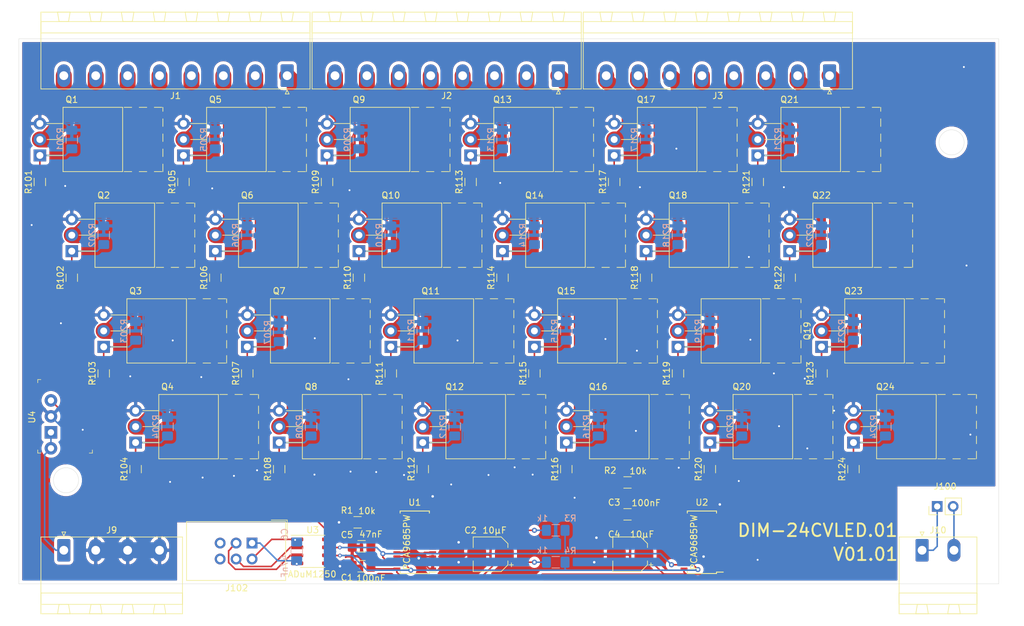
<source format=kicad_pcb>
(kicad_pcb (version 20171130) (host pcbnew "(5.1.4)-1")
  (title_block (title "KRS-XL DIM-24CVLED.01") (date 2020-01-10) (rev V01.01) (company "SirSydom KNX Labs") (comment 2 com@sirsydom.de) (comment 4 https://gitlab.com/SirSydom/konnekting_modular_led_dimmer))
  (layers (0 F.Cu signal) (31 B.Cu signal) (34 B.Paste user) (35 F.Paste user) (36 B.SilkS user) (37 F.SilkS user) (38 B.Mask user) (39 F.Mask user) (44 Edge.Cuts user))
  (net 0 "")
  (net 1 "Net-(C1-Pad2)")
  (net 2 "Net-(C1-Pad1)")
  (net 3 "Net-(J1-Pad1)")
  (net 4 "Net-(J1-Pad2)")
  (net 5 "Net-(J1-Pad3)")
  (net 6 "Net-(J1-Pad4)")
  (net 7 "Net-(J1-Pad5)")
  (net 8 "Net-(J1-Pad6)")
  (net 9 "Net-(J1-Pad7)")
  (net 10 "Net-(J1-Pad8)")
  (net 11 "Net-(J2-Pad8)")
  (net 12 "Net-(J2-Pad7)")
  (net 13 "Net-(J2-Pad6)")
  (net 14 "Net-(J2-Pad5)")
  (net 15 "Net-(J2-Pad4)")
  (net 16 "Net-(J2-Pad3)")
  (net 17 "Net-(J2-Pad2)")
  (net 18 "Net-(J2-Pad1)")
  (net 19 "Net-(J3-Pad1)")
  (net 20 "Net-(J3-Pad2)")
  (net 21 "Net-(J3-Pad3)")
  (net 22 "Net-(J3-Pad4)")
  (net 23 "Net-(J3-Pad5)")
  (net 24 "Net-(J3-Pad6)")
  (net 25 "Net-(J3-Pad7)")
  (net 26 "Net-(J3-Pad8)")
  (net 27 "Net-(J10-Pad1)")
  (net 28 "Net-(J10-Pad2)")
  (net 29 "Net-(J102-Pad5)")
  (net 30 "Net-(J102-Pad6)")
  (net 31 "Net-(Q1-Pad1)")
  (net 32 "Net-(Q2-Pad1)")
  (net 33 "Net-(Q3-Pad1)")
  (net 34 "Net-(Q4-Pad1)")
  (net 35 "Net-(Q5-Pad1)")
  (net 36 "Net-(Q6-Pad1)")
  (net 37 "Net-(Q7-Pad1)")
  (net 38 "Net-(Q8-Pad1)")
  (net 39 "Net-(Q9-Pad1)")
  (net 40 "Net-(Q10-Pad1)")
  (net 41 "Net-(Q11-Pad1)")
  (net 42 "Net-(Q12-Pad1)")
  (net 43 "Net-(Q13-Pad1)")
  (net 44 "Net-(Q14-Pad1)")
  (net 45 "Net-(Q15-Pad1)")
  (net 46 "Net-(Q16-Pad1)")
  (net 47 "Net-(Q17-Pad1)")
  (net 48 "Net-(Q18-Pad1)")
  (net 49 "Net-(Q19-Pad1)")
  (net 50 "Net-(Q20-Pad1)")
  (net 51 "Net-(Q21-Pad1)")
  (net 52 "Net-(Q22-Pad1)")
  (net 53 "Net-(Q23-Pad1)")
  (net 54 "Net-(Q24-Pad1)")
  (net 55 "Net-(R1-Pad1)")
  (net 56 "Net-(R2-Pad1)")
  (net 57 "Net-(R3-Pad2)")
  (net 58 "Net-(R4-Pad1)")
  (net 59 "Net-(R101-Pad1)")
  (net 60 "Net-(R102-Pad1)")
  (net 61 "Net-(R103-Pad1)")
  (net 62 "Net-(R104-Pad1)")
  (net 63 "Net-(R105-Pad1)")
  (net 64 "Net-(R106-Pad1)")
  (net 65 "Net-(R107-Pad1)")
  (net 66 "Net-(R108-Pad1)")
  (net 67 "Net-(R109-Pad1)")
  (net 68 "Net-(R110-Pad1)")
  (net 69 "Net-(R111-Pad1)")
  (net 70 "Net-(R112-Pad1)")
  (net 71 "Net-(R113-Pad1)")
  (net 72 "Net-(R114-Pad1)")
  (net 73 "Net-(R115-Pad1)")
  (net 74 "Net-(R116-Pad1)")
  (net 75 "Net-(R117-Pad1)")
  (net 76 "Net-(R118-Pad1)")
  (net 77 "Net-(R119-Pad1)")
  (net 78 "Net-(R120-Pad1)")
  (net 79 "Net-(R121-Pad1)")
  (net 80 "Net-(R122-Pad1)")
  (net 81 "Net-(R123-Pad1)")
  (net 82 "Net-(R124-Pad1)")
  (net 83 "Net-(U2-Pad22)")
  (net 84 "Net-(U2-Pad21)")
  (net 85 "Net-(U2-Pad20)")
  (net 86 "Net-(U2-Pad19)")
  (net 87 "Net-(U2-Pad18)")
  (net 88 "Net-(U2-Pad17)")
  (net 89 "Net-(U2-Pad16)")
  (net 90 "Net-(U2-Pad15)")
  (net 91 "Net-(C6-Pad2)")
  (net 92 "Net-(C6-Pad1)")
  (net 93 "Net-(J9-Pad1)")
  (net 94 "Net-(J102-Pad4)")
  (net 95 "Net-(J102-Pad3)")
  (module sirsydom:SIP-3_P2.54mm_OR_4 (layer F.Cu) (at 55.1 112.67 90)
    (fp_text reference U4 (at 2.43 -3.02 90) (layer F.SilkS))
    (fp_text value R-785.0-0.5)
    (pad 1 thru_hole circle (at -2.54 0 90) (size 2 2) (drill 1) (layers *.Cu *.Mask) (net 93 "Net-(J9-Pad1)"))
    (pad 3 thru_hole circle (at 5.08 0 90) (size 2 2) (drill 1) (layers *.Cu *.Mask) (net 2 "Net-(C1-Pad1)"))
    (pad 2 thru_hole circle (at 2.54 0 90) (size 2 2) (drill 1) (layers *.Cu *.Mask) (net 1 "Net-(C1-Pad2)"))
    (pad 1 thru_hole rect (at 0 0 90) (size 2 2) (drill 1) (layers *.Cu *.Mask) (net 93 "Net-(J9-Pad1)"))
  )
  (module Capacitor_SMD:C_1206_3216Metric_Pad1.42x1.75mm_HandSolder (layer B.Cu) (at 94.234 131.62 270)
    (fp_text reference C6 (at -2.715 1.93 90) (layer B.SilkS) (effects (justify mirror)))
    (fp_text value 47nF (at 2.365 1.93 90) (layer B.SilkS) (effects (justify mirror)))
    (pad 2 smd roundrect (at 1.4875 0 270) (size 1.425 1.75) (layers B.Cu B.Paste B.Mask) (roundrect_rratio 0.175439) (net 91 "Net-(C6-Pad2)"))
    (pad 1 smd roundrect (at -1.4875 0 270) (size 1.425 1.75) (layers B.Cu B.Paste B.Mask) (roundrect_rratio 0.175439) (net 92 "Net-(C6-Pad1)"))
  )
  (module Connector_IDC:IDC-Header_2x03_P2.54mm_Vertical (layer F.Cu) (at 87.122 130.3 270)
    (fp_text reference J102 (at 7.15772 2.45364 180) (layer F.SilkS))
    (fp_text value Conn_02x03_Odd_Even)
    (pad 6 thru_hole oval (at 2.54 5.08 270) (size 1.7272 1.7272) (drill 1.016) (layers *.Cu *.Mask) (net 30 "Net-(J102-Pad6)"))
    (pad 5 thru_hole oval (at 0 5.08 270) (size 1.7272 1.7272) (drill 1.016) (layers *.Cu *.Mask) (net 29 "Net-(J102-Pad5)"))
    (pad 4 thru_hole oval (at 2.54 2.54 270) (size 1.7272 1.7272) (drill 1.016) (layers *.Cu *.Mask) (net 94 "Net-(J102-Pad4)"))
    (pad 3 thru_hole oval (at 0 2.54 270) (size 1.7272 1.7272) (drill 1.016) (layers *.Cu *.Mask) (net 95 "Net-(J102-Pad3)"))
    (pad 2 thru_hole oval (at 2.54 0 270) (size 1.7272 1.7272) (drill 1.016) (layers *.Cu *.Mask) (net 92 "Net-(C6-Pad1)"))
    (pad 1 thru_hole rect (at 0 0 270) (size 1.7272 1.7272) (drill 1.016) (layers *.Cu *.Mask) (net 91 "Net-(C6-Pad2)"))
  )
  (module Capacitor_SMD:C_1206_3216Metric_Pad1.42x1.75mm_HandSolder (layer F.Cu) (at 104.5575 130.81)
    (fp_text reference C5 (at -2.3225 -1.82) (layer F.SilkS))
    (fp_text value 47nF (at 1.4875 -1.905) (layer F.SilkS))
    (pad 2 smd roundrect (at 1.4875 0) (size 1.425 1.75) (layers F.Cu F.Paste F.Mask) (roundrect_rratio 0.175439) (net 2 "Net-(C1-Pad1)"))
    (pad 1 smd roundrect (at -1.4875 0) (size 1.425 1.75) (layers F.Cu F.Paste F.Mask) (roundrect_rratio 0.175439) (net 1 "Net-(C1-Pad2)"))
  )
  (module sirsydom:TO-220-3_Horizontal_TabUp_noHole (layer F.Cu) (at 114.3 114.3 90)
    (fp_text reference Q12 (at 8.89 5.08 180) (layer F.SilkS))
    (fp_text value IRLZ44N)
    (pad 3 thru_hole oval (at 5.08 0 90) (size 1.905 2) (drill 1.1) (layers *.Cu *.Mask) (net 1 "Net-(C1-Pad2)"))
    (pad 2 thru_hole oval (at 2.54 0 90) (size 1.905 2) (drill 1.1) (layers *.Cu *.Mask) (net 14 "Net-(J2-Pad5)"))
    (pad 1 thru_hole rect (at 0 0 90) (size 1.905 2) (drill 1.1) (layers *.Cu *.Mask) (net 42 "Net-(Q12-Pad1)"))
  )
  (module sirsydom:TO-220-3_Horizontal_TabUp_noHole (layer F.Cu) (at 182.88 114.3 90)
    (fp_text reference Q24 (at 8.89 5.08 180) (layer F.SilkS))
    (fp_text value IRLZ44N)
    (pad 3 thru_hole oval (at 5.08 0 90) (size 1.905 2) (drill 1.1) (layers *.Cu *.Mask) (net 1 "Net-(C1-Pad2)"))
    (pad 2 thru_hole oval (at 2.54 0 90) (size 1.905 2) (drill 1.1) (layers *.Cu *.Mask) (net 19 "Net-(J3-Pad1)"))
    (pad 1 thru_hole rect (at 0 0 90) (size 1.905 2) (drill 1.1) (layers *.Cu *.Mask) (net 54 "Net-(Q24-Pad1)"))
  )
  (module sirsydom:TO-220-3_Horizontal_TabUp_noHole (layer F.Cu) (at 177.8 99.06 90)
    (fp_text reference Q23 (at 8.89 5.08 180) (layer F.SilkS))
    (fp_text value IRLZ44N)
    (pad 3 thru_hole oval (at 5.08 0 90) (size 1.905 2) (drill 1.1) (layers *.Cu *.Mask) (net 1 "Net-(C1-Pad2)"))
    (pad 2 thru_hole oval (at 2.54 0 90) (size 1.905 2) (drill 1.1) (layers *.Cu *.Mask) (net 20 "Net-(J3-Pad2)"))
    (pad 1 thru_hole rect (at 0 0 90) (size 1.905 2) (drill 1.1) (layers *.Cu *.Mask) (net 53 "Net-(Q23-Pad1)"))
  )
  (module sirsydom:TO-220-3_Horizontal_TabUp_noHole (layer F.Cu) (at 172.72 83.82 90)
    (fp_text reference Q22 (at 8.89 5.08 180) (layer F.SilkS))
    (fp_text value IRLZ44N)
    (pad 3 thru_hole oval (at 5.08 0 90) (size 1.905 2) (drill 1.1) (layers *.Cu *.Mask) (net 1 "Net-(C1-Pad2)"))
    (pad 2 thru_hole oval (at 2.54 0 90) (size 1.905 2) (drill 1.1) (layers *.Cu *.Mask) (net 21 "Net-(J3-Pad3)"))
    (pad 1 thru_hole rect (at 0 0 90) (size 1.905 2) (drill 1.1) (layers *.Cu *.Mask) (net 52 "Net-(Q22-Pad1)"))
  )
  (module sirsydom:TO-220-3_Horizontal_TabUp_noHole (layer F.Cu) (at 167.64 68.58 90)
    (fp_text reference Q21 (at 8.89 5.08 180) (layer F.SilkS))
    (fp_text value IRLZ44N)
    (pad 3 thru_hole oval (at 5.08 0 90) (size 1.905 2) (drill 1.1) (layers *.Cu *.Mask) (net 1 "Net-(C1-Pad2)"))
    (pad 2 thru_hole oval (at 2.54 0 90) (size 1.905 2) (drill 1.1) (layers *.Cu *.Mask) (net 22 "Net-(J3-Pad4)"))
    (pad 1 thru_hole rect (at 0 0 90) (size 1.905 2) (drill 1.1) (layers *.Cu *.Mask) (net 51 "Net-(Q21-Pad1)"))
  )
  (module sirsydom:TO-220-3_Horizontal_TabUp_noHole (layer F.Cu) (at 160.02 114.3 90)
    (fp_text reference Q20 (at 8.89 5.08 180) (layer F.SilkS))
    (fp_text value IRLZ44N)
    (pad 3 thru_hole oval (at 5.08 0 90) (size 1.905 2) (drill 1.1) (layers *.Cu *.Mask) (net 1 "Net-(C1-Pad2)"))
    (pad 2 thru_hole oval (at 2.54 0 90) (size 1.905 2) (drill 1.1) (layers *.Cu *.Mask) (net 23 "Net-(J3-Pad5)"))
    (pad 1 thru_hole rect (at 0 0 90) (size 1.905 2) (drill 1.1) (layers *.Cu *.Mask) (net 50 "Net-(Q20-Pad1)"))
  )
  (module sirsydom:TO-220-3_Horizontal_TabUp_noHole (layer F.Cu) (at 154.94 99.06 90)
    (fp_text reference Q19 (at 2.54 20.58 90) (layer F.SilkS))
    (fp_text value IRLZ44N)
    (pad 3 thru_hole oval (at 5.08 0 90) (size 1.905 2) (drill 1.1) (layers *.Cu *.Mask) (net 1 "Net-(C1-Pad2)"))
    (pad 2 thru_hole oval (at 2.54 0 90) (size 1.905 2) (drill 1.1) (layers *.Cu *.Mask) (net 24 "Net-(J3-Pad6)"))
    (pad 1 thru_hole rect (at 0 0 90) (size 1.905 2) (drill 1.1) (layers *.Cu *.Mask) (net 49 "Net-(Q19-Pad1)"))
  )
  (module sirsydom:TO-220-3_Horizontal_TabUp_noHole (layer F.Cu) (at 149.86 83.82 90)
    (fp_text reference Q18 (at 8.89 5.08 180) (layer F.SilkS))
    (fp_text value IRLZ44N)
    (pad 3 thru_hole oval (at 5.08 0 90) (size 1.905 2) (drill 1.1) (layers *.Cu *.Mask) (net 1 "Net-(C1-Pad2)"))
    (pad 2 thru_hole oval (at 2.54 0 90) (size 1.905 2) (drill 1.1) (layers *.Cu *.Mask) (net 25 "Net-(J3-Pad7)"))
    (pad 1 thru_hole rect (at 0 0 90) (size 1.905 2) (drill 1.1) (layers *.Cu *.Mask) (net 48 "Net-(Q18-Pad1)"))
  )
  (module sirsydom:TO-220-3_Horizontal_TabUp_noHole (layer F.Cu) (at 144.78 68.58 90)
    (fp_text reference Q17 (at 8.89 5.08 180) (layer F.SilkS))
    (fp_text value IRLZ44N)
    (pad 3 thru_hole oval (at 5.08 0 90) (size 1.905 2) (drill 1.1) (layers *.Cu *.Mask) (net 1 "Net-(C1-Pad2)"))
    (pad 2 thru_hole oval (at 2.54 0 90) (size 1.905 2) (drill 1.1) (layers *.Cu *.Mask) (net 26 "Net-(J3-Pad8)"))
    (pad 1 thru_hole rect (at 0 0 90) (size 1.905 2) (drill 1.1) (layers *.Cu *.Mask) (net 47 "Net-(Q17-Pad1)"))
  )
  (module sirsydom:TO-220-3_Horizontal_TabUp_noHole (layer F.Cu) (at 137.16 114.3 90)
    (fp_text reference Q16 (at 8.89 5.08 180) (layer F.SilkS))
    (fp_text value IRLZ44N)
    (pad 3 thru_hole oval (at 5.08 0 90) (size 1.905 2) (drill 1.1) (layers *.Cu *.Mask) (net 1 "Net-(C1-Pad2)"))
    (pad 2 thru_hole oval (at 2.54 0 90) (size 1.905 2) (drill 1.1) (layers *.Cu *.Mask) (net 18 "Net-(J2-Pad1)"))
    (pad 1 thru_hole rect (at 0 0 90) (size 1.905 2) (drill 1.1) (layers *.Cu *.Mask) (net 46 "Net-(Q16-Pad1)"))
  )
  (module sirsydom:TO-220-3_Horizontal_TabUp_noHole (layer F.Cu) (at 132.08 99.06 90)
    (fp_text reference Q15 (at 8.89 5.08 180) (layer F.SilkS))
    (fp_text value IRLZ44N)
    (pad 3 thru_hole oval (at 5.08 0 90) (size 1.905 2) (drill 1.1) (layers *.Cu *.Mask) (net 1 "Net-(C1-Pad2)"))
    (pad 2 thru_hole oval (at 2.54 0 90) (size 1.905 2) (drill 1.1) (layers *.Cu *.Mask) (net 17 "Net-(J2-Pad2)"))
    (pad 1 thru_hole rect (at 0 0 90) (size 1.905 2) (drill 1.1) (layers *.Cu *.Mask) (net 45 "Net-(Q15-Pad1)"))
  )
  (module sirsydom:TO-220-3_Horizontal_TabUp_noHole (layer F.Cu) (at 127 83.82 90)
    (fp_text reference Q14 (at 8.89 5.08 180) (layer F.SilkS))
    (fp_text value IRLZ44N)
    (pad 3 thru_hole oval (at 5.08 0 90) (size 1.905 2) (drill 1.1) (layers *.Cu *.Mask) (net 1 "Net-(C1-Pad2)"))
    (pad 2 thru_hole oval (at 2.54 0 90) (size 1.905 2) (drill 1.1) (layers *.Cu *.Mask) (net 16 "Net-(J2-Pad3)"))
    (pad 1 thru_hole rect (at 0 0 90) (size 1.905 2) (drill 1.1) (layers *.Cu *.Mask) (net 44 "Net-(Q14-Pad1)"))
  )
  (module sirsydom:TO-220-3_Horizontal_TabUp_noHole (layer F.Cu) (at 121.92 68.58 90)
    (fp_text reference Q13 (at 8.89 5.08 180) (layer F.SilkS))
    (fp_text value IRLZ44N)
    (pad 3 thru_hole oval (at 5.08 0 90) (size 1.905 2) (drill 1.1) (layers *.Cu *.Mask) (net 1 "Net-(C1-Pad2)"))
    (pad 2 thru_hole oval (at 2.54 0 90) (size 1.905 2) (drill 1.1) (layers *.Cu *.Mask) (net 15 "Net-(J2-Pad4)"))
    (pad 1 thru_hole rect (at 0 0 90) (size 1.905 2) (drill 1.1) (layers *.Cu *.Mask) (net 43 "Net-(Q13-Pad1)"))
  )
  (module sirsydom:TO-220-3_Horizontal_TabUp_noHole (layer F.Cu) (at 109.22 99.06 90)
    (fp_text reference Q11 (at 8.89 6.35 180) (layer F.SilkS))
    (fp_text value IRLZ44N)
    (pad 3 thru_hole oval (at 5.08 0 90) (size 1.905 2) (drill 1.1) (layers *.Cu *.Mask) (net 1 "Net-(C1-Pad2)"))
    (pad 2 thru_hole oval (at 2.54 0 90) (size 1.905 2) (drill 1.1) (layers *.Cu *.Mask) (net 13 "Net-(J2-Pad6)"))
    (pad 1 thru_hole rect (at 0 0 90) (size 1.905 2) (drill 1.1) (layers *.Cu *.Mask) (net 41 "Net-(Q11-Pad1)"))
  )
  (module sirsydom:TO-220-3_Horizontal_TabUp_noHole (layer F.Cu) (at 104.14 83.82 90)
    (fp_text reference Q10 (at 8.89 5.08 180) (layer F.SilkS))
    (fp_text value IRLZ44N)
    (pad 3 thru_hole oval (at 5.08 0 90) (size 1.905 2) (drill 1.1) (layers *.Cu *.Mask) (net 1 "Net-(C1-Pad2)"))
    (pad 2 thru_hole oval (at 2.54 0 90) (size 1.905 2) (drill 1.1) (layers *.Cu *.Mask) (net 12 "Net-(J2-Pad7)"))
    (pad 1 thru_hole rect (at 0 0 90) (size 1.905 2) (drill 1.1) (layers *.Cu *.Mask) (net 40 "Net-(Q10-Pad1)"))
  )
  (module sirsydom:TO-220-3_Horizontal_TabUp_noHole (layer F.Cu) (at 99.06 68.58 90)
    (fp_text reference Q9 (at 8.89 5.08 180) (layer F.SilkS))
    (fp_text value IRLZ44N)
    (pad 3 thru_hole oval (at 5.08 0 90) (size 1.905 2) (drill 1.1) (layers *.Cu *.Mask) (net 1 "Net-(C1-Pad2)"))
    (pad 2 thru_hole oval (at 2.54 0 90) (size 1.905 2) (drill 1.1) (layers *.Cu *.Mask) (net 11 "Net-(J2-Pad8)"))
    (pad 1 thru_hole rect (at 0 0 90) (size 1.905 2) (drill 1.1) (layers *.Cu *.Mask) (net 39 "Net-(Q9-Pad1)"))
  )
  (module sirsydom:TO-220-3_Horizontal_TabUp_noHole (layer F.Cu) (at 91.44 114.3 90)
    (fp_text reference Q8 (at 8.89 5.08 180) (layer F.SilkS))
    (fp_text value IRLZ44N)
    (pad 3 thru_hole oval (at 5.08 0 90) (size 1.905 2) (drill 1.1) (layers *.Cu *.Mask) (net 1 "Net-(C1-Pad2)"))
    (pad 2 thru_hole oval (at 2.54 0 90) (size 1.905 2) (drill 1.1) (layers *.Cu *.Mask) (net 3 "Net-(J1-Pad1)"))
    (pad 1 thru_hole rect (at 0 0 90) (size 1.905 2) (drill 1.1) (layers *.Cu *.Mask) (net 38 "Net-(Q8-Pad1)"))
  )
  (module sirsydom:TO-220-3_Horizontal_TabUp_noHole (layer F.Cu) (at 86.36 99.06 90)
    (fp_text reference Q7 (at 8.89 5.08 180) (layer F.SilkS))
    (fp_text value IRLZ44N)
    (pad 3 thru_hole oval (at 5.08 0 90) (size 1.905 2) (drill 1.1) (layers *.Cu *.Mask) (net 1 "Net-(C1-Pad2)"))
    (pad 2 thru_hole oval (at 2.54 0 90) (size 1.905 2) (drill 1.1) (layers *.Cu *.Mask) (net 4 "Net-(J1-Pad2)"))
    (pad 1 thru_hole rect (at 0 0 90) (size 1.905 2) (drill 1.1) (layers *.Cu *.Mask) (net 37 "Net-(Q7-Pad1)"))
  )
  (module sirsydom:TO-220-3_Horizontal_TabUp_noHole (layer F.Cu) (at 81.28 83.82 90)
    (fp_text reference Q6 (at 8.89 5.08 180) (layer F.SilkS))
    (fp_text value IRLZ44N)
    (pad 3 thru_hole oval (at 5.08 0 90) (size 1.905 2) (drill 1.1) (layers *.Cu *.Mask) (net 1 "Net-(C1-Pad2)"))
    (pad 2 thru_hole oval (at 2.54 0 90) (size 1.905 2) (drill 1.1) (layers *.Cu *.Mask) (net 5 "Net-(J1-Pad3)"))
    (pad 1 thru_hole rect (at 0 0 90) (size 1.905 2) (drill 1.1) (layers *.Cu *.Mask) (net 36 "Net-(Q6-Pad1)"))
  )
  (module sirsydom:TO-220-3_Horizontal_TabUp_noHole (layer F.Cu) (at 76.2 68.58 90)
    (fp_text reference Q5 (at 8.89 5.08 180) (layer F.SilkS))
    (fp_text value IRLZ44N)
    (pad 3 thru_hole oval (at 5.08 0 90) (size 1.905 2) (drill 1.1) (layers *.Cu *.Mask) (net 1 "Net-(C1-Pad2)"))
    (pad 2 thru_hole oval (at 2.54 0 90) (size 1.905 2) (drill 1.1) (layers *.Cu *.Mask) (net 6 "Net-(J1-Pad4)"))
    (pad 1 thru_hole rect (at 0 0 90) (size 1.905 2) (drill 1.1) (layers *.Cu *.Mask) (net 35 "Net-(Q5-Pad1)"))
  )
  (module sirsydom:TO-220-3_Horizontal_TabUp_noHole (layer F.Cu) (at 68.58 114.3 90)
    (fp_text reference Q4 (at 8.89 5.08 180) (layer F.SilkS))
    (fp_text value IRLZ44N)
    (pad 3 thru_hole oval (at 5.08 0 90) (size 1.905 2) (drill 1.1) (layers *.Cu *.Mask) (net 1 "Net-(C1-Pad2)"))
    (pad 2 thru_hole oval (at 2.54 0 90) (size 1.905 2) (drill 1.1) (layers *.Cu *.Mask) (net 7 "Net-(J1-Pad5)"))
    (pad 1 thru_hole rect (at 0 0 90) (size 1.905 2) (drill 1.1) (layers *.Cu *.Mask) (net 34 "Net-(Q4-Pad1)"))
  )
  (module sirsydom:TO-220-3_Horizontal_TabUp_noHole (layer F.Cu) (at 63.5 99.06 90)
    (fp_text reference Q3 (at 8.89 5.08 180) (layer F.SilkS))
    (fp_text value IRLZ44N)
    (pad 3 thru_hole oval (at 5.08 0 90) (size 1.905 2) (drill 1.1) (layers *.Cu *.Mask) (net 1 "Net-(C1-Pad2)"))
    (pad 2 thru_hole oval (at 2.54 0 90) (size 1.905 2) (drill 1.1) (layers *.Cu *.Mask) (net 8 "Net-(J1-Pad6)"))
    (pad 1 thru_hole rect (at 0 0 90) (size 1.905 2) (drill 1.1) (layers *.Cu *.Mask) (net 33 "Net-(Q3-Pad1)"))
  )
  (module sirsydom:TO-220-3_Horizontal_TabUp_noHole (layer F.Cu) (at 58.42 83.82 90)
    (fp_text reference Q2 (at 8.89 5.08 180) (layer F.SilkS))
    (fp_text value IRLZ44N)
    (pad 3 thru_hole oval (at 5.08 0 90) (size 1.905 2) (drill 1.1) (layers *.Cu *.Mask) (net 1 "Net-(C1-Pad2)"))
    (pad 2 thru_hole oval (at 2.54 0 90) (size 1.905 2) (drill 1.1) (layers *.Cu *.Mask) (net 9 "Net-(J1-Pad7)"))
    (pad 1 thru_hole rect (at 0 0 90) (size 1.905 2) (drill 1.1) (layers *.Cu *.Mask) (net 32 "Net-(Q2-Pad1)"))
  )
  (module sirsydom:TO-220-3_Horizontal_TabUp_noHole (layer F.Cu) (at 53.34 68.58 90)
    (fp_text reference Q1 (at 8.89 5.08 180) (layer F.SilkS))
    (fp_text value IRLZ44N)
    (pad 3 thru_hole oval (at 5.08 0 90) (size 1.905 2) (drill 1.1) (layers *.Cu *.Mask) (net 1 "Net-(C1-Pad2)"))
    (pad 2 thru_hole oval (at 2.54 0 90) (size 1.905 2) (drill 1.1) (layers *.Cu *.Mask) (net 10 "Net-(J1-Pad8)"))
    (pad 1 thru_hole rect (at 0 0 90) (size 1.905 2) (drill 1.1) (layers *.Cu *.Mask) (net 31 "Net-(Q1-Pad1)"))
  )
  (module Connector_Phoenix_MSTB:PhoenixContact_MSTBA_2,5_2-G-5,08_1x02_P5.08mm_Horizontal (layer F.Cu) (at 193.802 131.445)
    (fp_text reference J10 (at 2.54 -3.2) (layer F.SilkS))
    (fp_text value Conn_01x02)
    (pad 1 thru_hole roundrect (at 0 0) (size 2.08 3.6) (drill 1.4) (layers *.Cu *.Mask) (roundrect_rratio 0.120192) (net 27 "Net-(J10-Pad1)"))
    (pad 2 thru_hole oval (at 5.08 0) (size 2.08 3.6) (drill 1.4) (layers *.Cu *.Mask) (net 28 "Net-(J10-Pad2)"))
  )
  (module Capacitor_SMD:C_1206_3216Metric_Pad1.42x1.75mm_HandSolder (layer F.Cu) (at 104.5575 133.985 180)
    (fp_text reference C1 (at 2.3225 -1.82) (layer F.SilkS))
    (fp_text value 100nF (at -1.4875 -1.905) (layer F.SilkS))
    (pad 2 smd roundrect (at 1.4875 0 180) (size 1.425 1.75) (layers F.Cu F.Paste F.Mask) (roundrect_rratio 0.175439) (net 1 "Net-(C1-Pad2)"))
    (pad 1 smd roundrect (at -1.4875 0 180) (size 1.425 1.75) (layers F.Cu F.Paste F.Mask) (roundrect_rratio 0.175439) (net 2 "Net-(C1-Pad1)"))
  )
  (module Capacitor_SMD:CP_Elec_5x5.3 (layer F.Cu) (at 125.095 132.08 180)
    (fp_text reference C2 (at 3.175 3.81) (layer F.SilkS))
    (fp_text value 10µF (at -0.635 3.81) (layer F.SilkS))
    (pad 2 smd roundrect (at 2.2 0 180) (size 3 1.6) (layers F.Cu F.Paste F.Mask) (roundrect_rratio 0.15625) (net 1 "Net-(C1-Pad2)"))
    (pad 1 smd roundrect (at -2.2 0 180) (size 3 1.6) (layers F.Cu F.Paste F.Mask) (roundrect_rratio 0.15625) (net 2 "Net-(C1-Pad1)"))
  )
  (module Capacitor_SMD:C_1206_3216Metric_Pad1.42x1.75mm_HandSolder (layer F.Cu) (at 146.9025 125.73 180)
    (fp_text reference C3 (at 2.1225 1.905) (layer F.SilkS))
    (fp_text value 100nF (at -2.9575 1.82) (layer F.SilkS))
    (pad 1 smd roundrect (at -1.4875 0 180) (size 1.425 1.75) (layers F.Cu F.Paste F.Mask) (roundrect_rratio 0.175439) (net 2 "Net-(C1-Pad1)"))
    (pad 2 smd roundrect (at 1.4875 0 180) (size 1.425 1.75) (layers F.Cu F.Paste F.Mask) (roundrect_rratio 0.175439) (net 1 "Net-(C1-Pad2)"))
  )
  (module Capacitor_SMD:CP_Elec_5x5.3 (layer F.Cu) (at 147.32 132.08 180)
    (fp_text reference C4 (at 2.54 3.175) (layer F.SilkS))
    (fp_text value 10µF (at -1.905 3.175 180) (layer F.SilkS))
    (pad 1 smd roundrect (at -2.2 0 180) (size 3 1.6) (layers F.Cu F.Paste F.Mask) (roundrect_rratio 0.15625) (net 2 "Net-(C1-Pad1)"))
    (pad 2 smd roundrect (at 2.2 0 180) (size 3 1.6) (layers F.Cu F.Paste F.Mask) (roundrect_rratio 0.15625) (net 1 "Net-(C1-Pad2)"))
  )
  (module Connector_Phoenix_MSTB:PhoenixContact_MSTBA_2,5_8-G-5,08_1x08_P5.08mm_Horizontal (layer F.Cu) (at 92.71 55.88 180)
    (fp_text reference J1 (at 17.78 -3.2) (layer F.SilkS))
    (fp_text value Conn_01x08)
    (pad 1 thru_hole roundrect (at 0 0 180) (size 2.08 3.6) (drill 1.4) (layers *.Cu *.Mask) (roundrect_rratio 0.120192) (net 3 "Net-(J1-Pad1)"))
    (pad 2 thru_hole oval (at 5.08 0 180) (size 2.08 3.6) (drill 1.4) (layers *.Cu *.Mask) (net 4 "Net-(J1-Pad2)"))
    (pad 3 thru_hole oval (at 10.16 0 180) (size 2.08 3.6) (drill 1.4) (layers *.Cu *.Mask) (net 5 "Net-(J1-Pad3)"))
    (pad 4 thru_hole oval (at 15.24 0 180) (size 2.08 3.6) (drill 1.4) (layers *.Cu *.Mask) (net 6 "Net-(J1-Pad4)"))
    (pad 5 thru_hole oval (at 20.32 0 180) (size 2.08 3.6) (drill 1.4) (layers *.Cu *.Mask) (net 7 "Net-(J1-Pad5)"))
    (pad 6 thru_hole oval (at 25.4 0 180) (size 2.08 3.6) (drill 1.4) (layers *.Cu *.Mask) (net 8 "Net-(J1-Pad6)"))
    (pad 7 thru_hole oval (at 30.48 0 180) (size 2.08 3.6) (drill 1.4) (layers *.Cu *.Mask) (net 9 "Net-(J1-Pad7)"))
    (pad 8 thru_hole oval (at 35.56 0 180) (size 2.08 3.6) (drill 1.4) (layers *.Cu *.Mask) (net 10 "Net-(J1-Pad8)"))
  )
  (module Connector_Phoenix_MSTB:PhoenixContact_MSTBA_2,5_8-G-5,08_1x08_P5.08mm_Horizontal (layer F.Cu) (at 135.89 55.88 180)
    (fp_text reference J2 (at 17.78 -3.2) (layer F.SilkS))
    (fp_text value Conn_01x08)
    (pad 8 thru_hole oval (at 35.56 0 180) (size 2.08 3.6) (drill 1.4) (layers *.Cu *.Mask) (net 11 "Net-(J2-Pad8)"))
    (pad 7 thru_hole oval (at 30.48 0 180) (size 2.08 3.6) (drill 1.4) (layers *.Cu *.Mask) (net 12 "Net-(J2-Pad7)"))
    (pad 6 thru_hole oval (at 25.4 0 180) (size 2.08 3.6) (drill 1.4) (layers *.Cu *.Mask) (net 13 "Net-(J2-Pad6)"))
    (pad 5 thru_hole oval (at 20.32 0 180) (size 2.08 3.6) (drill 1.4) (layers *.Cu *.Mask) (net 14 "Net-(J2-Pad5)"))
    (pad 4 thru_hole oval (at 15.24 0 180) (size 2.08 3.6) (drill 1.4) (layers *.Cu *.Mask) (net 15 "Net-(J2-Pad4)"))
    (pad 3 thru_hole oval (at 10.16 0 180) (size 2.08 3.6) (drill 1.4) (layers *.Cu *.Mask) (net 16 "Net-(J2-Pad3)"))
    (pad 2 thru_hole oval (at 5.08 0 180) (size 2.08 3.6) (drill 1.4) (layers *.Cu *.Mask) (net 17 "Net-(J2-Pad2)"))
    (pad 1 thru_hole roundrect (at 0 0 180) (size 2.08 3.6) (drill 1.4) (layers *.Cu *.Mask) (roundrect_rratio 0.120192) (net 18 "Net-(J2-Pad1)"))
  )
  (module Connector_Phoenix_MSTB:PhoenixContact_MSTBA_2,5_8-G-5,08_1x08_P5.08mm_Horizontal (layer F.Cu) (at 179.07 55.88 180)
    (fp_text reference J3 (at 17.78 -3.2) (layer F.SilkS))
    (fp_text value Conn_01x08)
    (pad 1 thru_hole roundrect (at 0 0 180) (size 2.08 3.6) (drill 1.4) (layers *.Cu *.Mask) (roundrect_rratio 0.120192) (net 19 "Net-(J3-Pad1)"))
    (pad 2 thru_hole oval (at 5.08 0 180) (size 2.08 3.6) (drill 1.4) (layers *.Cu *.Mask) (net 20 "Net-(J3-Pad2)"))
    (pad 3 thru_hole oval (at 10.16 0 180) (size 2.08 3.6) (drill 1.4) (layers *.Cu *.Mask) (net 21 "Net-(J3-Pad3)"))
    (pad 4 thru_hole oval (at 15.24 0 180) (size 2.08 3.6) (drill 1.4) (layers *.Cu *.Mask) (net 22 "Net-(J3-Pad4)"))
    (pad 5 thru_hole oval (at 20.32 0 180) (size 2.08 3.6) (drill 1.4) (layers *.Cu *.Mask) (net 23 "Net-(J3-Pad5)"))
    (pad 6 thru_hole oval (at 25.4 0 180) (size 2.08 3.6) (drill 1.4) (layers *.Cu *.Mask) (net 24 "Net-(J3-Pad6)"))
    (pad 7 thru_hole oval (at 30.48 0 180) (size 2.08 3.6) (drill 1.4) (layers *.Cu *.Mask) (net 25 "Net-(J3-Pad7)"))
    (pad 8 thru_hole oval (at 35.56 0 180) (size 2.08 3.6) (drill 1.4) (layers *.Cu *.Mask) (net 26 "Net-(J3-Pad8)"))
  )
  (module Connector_Phoenix_MSTB:PhoenixContact_MSTBA_2,5_4-G-5,08_1x04_P5.08mm_Horizontal (layer F.Cu) (at 57.15 131.445)
    (fp_text reference J9 (at 7.62 -3.2) (layer F.SilkS))
    (fp_text value Conn_01x04)
    (pad 1 thru_hole roundrect (at 0 0) (size 2.08 3.6) (drill 1.4) (layers *.Cu *.Mask) (roundrect_rratio 0.120192) (net 93 "Net-(J9-Pad1)"))
    (pad 2 thru_hole oval (at 5.08 0) (size 2.08 3.6) (drill 1.4) (layers *.Cu *.Mask) (net 1 "Net-(C1-Pad2)"))
    (pad 3 thru_hole oval (at 10.16 0) (size 2.08 3.6) (drill 1.4) (layers *.Cu *.Mask) (net 1 "Net-(C1-Pad2)"))
    (pad 4 thru_hole oval (at 15.24 0) (size 2.08 3.6) (drill 1.4) (layers *.Cu *.Mask) (net 1 "Net-(C1-Pad2)"))
  )
  (module Connector_PinHeader_2.54mm:PinHeader_1x02_P2.54mm_Vertical (layer F.Cu) (at 196.215 124.46 90)
    (fp_text reference J100 (at 3.175 1.27 180) (layer F.SilkS))
    (fp_text value Conn_01x02_Male)
    (pad 1 thru_hole rect (at 0 0 90) (size 1.7 1.7) (drill 1) (layers *.Cu *.Mask) (net 27 "Net-(J10-Pad1)"))
    (pad 2 thru_hole oval (at 0 2.54 90) (size 1.7 1.7) (drill 1) (layers *.Cu *.Mask) (net 28 "Net-(J10-Pad2)"))
  )
  (module Resistor_SMD:R_1206_3216Metric_Pad1.42x1.75mm_HandSolder (layer F.Cu) (at 103.9225 127 180)
    (fp_text reference R1 (at 1.6875 1.905) (layer F.SilkS))
    (fp_text value 10k (at -1.4875 1.82) (layer F.SilkS))
    (pad 2 smd roundrect (at 1.4875 0 180) (size 1.425 1.75) (layers F.Cu F.Paste F.Mask) (roundrect_rratio 0.175439) (net 1 "Net-(C1-Pad2)"))
    (pad 1 smd roundrect (at -1.4875 0 180) (size 1.425 1.75) (layers F.Cu F.Paste F.Mask) (roundrect_rratio 0.175439) (net 55 "Net-(R1-Pad1)"))
  )
  (module Resistor_SMD:R_1206_3216Metric_Pad1.42x1.75mm_HandSolder (layer F.Cu) (at 146.9025 120.65 180)
    (fp_text reference R2 (at 2.7575 1.905) (layer F.SilkS))
    (fp_text value 10k (at -1.6875 1.82) (layer F.SilkS))
    (pad 1 smd roundrect (at -1.4875 0 180) (size 1.425 1.75) (layers F.Cu F.Paste F.Mask) (roundrect_rratio 0.175439) (net 56 "Net-(R2-Pad1)"))
    (pad 2 smd roundrect (at 1.4875 0 180) (size 1.425 1.75) (layers F.Cu F.Paste F.Mask) (roundrect_rratio 0.175439) (net 1 "Net-(C1-Pad2)"))
  )
  (module Resistor_SMD:R_1206_3216Metric_Pad1.42x1.75mm_HandSolder (layer B.Cu) (at 135.4725 128.27)
    (fp_text reference R3 (at 2.3225 -1.905) (layer B.SilkS) (effects (justify mirror)))
    (fp_text value 1k (at -2.1225 -1.905) (layer B.SilkS) (effects (justify mirror)))
    (pad 1 smd roundrect (at -1.4875 0) (size 1.425 1.75) (layers B.Cu B.Paste B.Mask) (roundrect_rratio 0.175439) (net 2 "Net-(C1-Pad1)"))
    (pad 2 smd roundrect (at 1.4875 0) (size 1.425 1.75) (layers B.Cu B.Paste B.Mask) (roundrect_rratio 0.175439) (net 57 "Net-(R3-Pad2)"))
  )
  (module Resistor_SMD:R_1206_3216Metric_Pad1.42x1.75mm_HandSolder (layer B.Cu) (at 135.4725 133.35 180)
    (fp_text reference R4 (at -2.3225 1.82) (layer B.SilkS) (effects (justify mirror)))
    (fp_text value 1k (at 2.1225 1.905) (layer B.SilkS) (effects (justify mirror)))
    (pad 2 smd roundrect (at 1.4875 0 180) (size 1.425 1.75) (layers B.Cu B.Paste B.Mask) (roundrect_rratio 0.175439) (net 2 "Net-(C1-Pad1)"))
    (pad 1 smd roundrect (at -1.4875 0 180) (size 1.425 1.75) (layers B.Cu B.Paste B.Mask) (roundrect_rratio 0.175439) (net 58 "Net-(R4-Pad1)"))
  )
  (module Resistor_SMD:R_1206_3216Metric_Pad1.42x1.75mm_HandSolder (layer F.Cu) (at 53.34 72.8075 90)
    (fp_text reference R101 (at 0 -1.82 90) (layer F.SilkS))
    (fp_text value 100)
    (pad 2 smd roundrect (at 1.4875 0 90) (size 1.425 1.75) (layers F.Cu F.Paste F.Mask) (roundrect_rratio 0.175439) (net 31 "Net-(Q1-Pad1)"))
    (pad 1 smd roundrect (at -1.4875 0 90) (size 1.425 1.75) (layers F.Cu F.Paste F.Mask) (roundrect_rratio 0.175439) (net 59 "Net-(R101-Pad1)"))
  )
  (module Resistor_SMD:R_1206_3216Metric_Pad1.42x1.75mm_HandSolder (layer F.Cu) (at 58.42 88.0475 90)
    (fp_text reference R102 (at 0 -1.82 90) (layer F.SilkS))
    (fp_text value 100)
    (pad 1 smd roundrect (at -1.4875 0 90) (size 1.425 1.75) (layers F.Cu F.Paste F.Mask) (roundrect_rratio 0.175439) (net 60 "Net-(R102-Pad1)"))
    (pad 2 smd roundrect (at 1.4875 0 90) (size 1.425 1.75) (layers F.Cu F.Paste F.Mask) (roundrect_rratio 0.175439) (net 32 "Net-(Q2-Pad1)"))
  )
  (module Resistor_SMD:R_1206_3216Metric_Pad1.42x1.75mm_HandSolder (layer F.Cu) (at 63.5 103.2875 90)
    (fp_text reference R103 (at 0 -1.82 90) (layer F.SilkS))
    (fp_text value 100)
    (pad 1 smd roundrect (at -1.4875 0 90) (size 1.425 1.75) (layers F.Cu F.Paste F.Mask) (roundrect_rratio 0.175439) (net 61 "Net-(R103-Pad1)"))
    (pad 2 smd roundrect (at 1.4875 0 90) (size 1.425 1.75) (layers F.Cu F.Paste F.Mask) (roundrect_rratio 0.175439) (net 33 "Net-(Q3-Pad1)"))
  )
  (module Resistor_SMD:R_1206_3216Metric_Pad1.42x1.75mm_HandSolder (layer F.Cu) (at 68.58 118.5275 90)
    (fp_text reference R104 (at 0 -1.82 270) (layer F.SilkS))
    (fp_text value 100)
    (pad 2 smd roundrect (at 1.4875 0 90) (size 1.425 1.75) (layers F.Cu F.Paste F.Mask) (roundrect_rratio 0.175439) (net 34 "Net-(Q4-Pad1)"))
    (pad 1 smd roundrect (at -1.4875 0 90) (size 1.425 1.75) (layers F.Cu F.Paste F.Mask) (roundrect_rratio 0.175439) (net 62 "Net-(R104-Pad1)"))
  )
  (module Resistor_SMD:R_1206_3216Metric_Pad1.42x1.75mm_HandSolder (layer F.Cu) (at 76.2 72.8075 90)
    (fp_text reference R105 (at 0 -1.82 270) (layer F.SilkS))
    (fp_text value 100)
    (pad 2 smd roundrect (at 1.4875 0 90) (size 1.425 1.75) (layers F.Cu F.Paste F.Mask) (roundrect_rratio 0.175439) (net 35 "Net-(Q5-Pad1)"))
    (pad 1 smd roundrect (at -1.4875 0 90) (size 1.425 1.75) (layers F.Cu F.Paste F.Mask) (roundrect_rratio 0.175439) (net 63 "Net-(R105-Pad1)"))
  )
  (module Resistor_SMD:R_1206_3216Metric_Pad1.42x1.75mm_HandSolder (layer F.Cu) (at 81.28 88.0475 90)
    (fp_text reference R106 (at 0 -1.82 270) (layer F.SilkS))
    (fp_text value 100)
    (pad 1 smd roundrect (at -1.4875 0 90) (size 1.425 1.75) (layers F.Cu F.Paste F.Mask) (roundrect_rratio 0.175439) (net 64 "Net-(R106-Pad1)"))
    (pad 2 smd roundrect (at 1.4875 0 90) (size 1.425 1.75) (layers F.Cu F.Paste F.Mask) (roundrect_rratio 0.175439) (net 36 "Net-(Q6-Pad1)"))
  )
  (module Resistor_SMD:R_1206_3216Metric_Pad1.42x1.75mm_HandSolder (layer F.Cu) (at 86.36 103.2875 90)
    (fp_text reference R107 (at 0 -1.82 90) (layer F.SilkS))
    (fp_text value 100)
    (pad 2 smd roundrect (at 1.4875 0 90) (size 1.425 1.75) (layers F.Cu F.Paste F.Mask) (roundrect_rratio 0.175439) (net 37 "Net-(Q7-Pad1)"))
    (pad 1 smd roundrect (at -1.4875 0 90) (size 1.425 1.75) (layers F.Cu F.Paste F.Mask) (roundrect_rratio 0.175439) (net 65 "Net-(R107-Pad1)"))
  )
  (module Resistor_SMD:R_1206_3216Metric_Pad1.42x1.75mm_HandSolder (layer F.Cu) (at 91.44 118.5275 90)
    (fp_text reference R108 (at 0 -1.82 270) (layer F.SilkS))
    (fp_text value 100)
    (pad 1 smd roundrect (at -1.4875 0 90) (size 1.425 1.75) (layers F.Cu F.Paste F.Mask) (roundrect_rratio 0.175439) (net 66 "Net-(R108-Pad1)"))
    (pad 2 smd roundrect (at 1.4875 0 90) (size 1.425 1.75) (layers F.Cu F.Paste F.Mask) (roundrect_rratio 0.175439) (net 38 "Net-(Q8-Pad1)"))
  )
  (module Resistor_SMD:R_1206_3216Metric_Pad1.42x1.75mm_HandSolder (layer F.Cu) (at 99.06 72.8075 90)
    (fp_text reference R109 (at 0 -1.82 270) (layer F.SilkS))
    (fp_text value 100)
    (pad 2 smd roundrect (at 1.4875 0 90) (size 1.425 1.75) (layers F.Cu F.Paste F.Mask) (roundrect_rratio 0.175439) (net 39 "Net-(Q9-Pad1)"))
    (pad 1 smd roundrect (at -1.4875 0 90) (size 1.425 1.75) (layers F.Cu F.Paste F.Mask) (roundrect_rratio 0.175439) (net 67 "Net-(R109-Pad1)"))
  )
  (module Resistor_SMD:R_1206_3216Metric_Pad1.42x1.75mm_HandSolder (layer F.Cu) (at 104.14 88.0475 90)
    (fp_text reference R110 (at 0 -1.82 270) (layer F.SilkS))
    (fp_text value 100)
    (pad 1 smd roundrect (at -1.4875 0 90) (size 1.425 1.75) (layers F.Cu F.Paste F.Mask) (roundrect_rratio 0.175439) (net 68 "Net-(R110-Pad1)"))
    (pad 2 smd roundrect (at 1.4875 0 90) (size 1.425 1.75) (layers F.Cu F.Paste F.Mask) (roundrect_rratio 0.175439) (net 40 "Net-(Q10-Pad1)"))
  )
  (module Resistor_SMD:R_1206_3216Metric_Pad1.42x1.75mm_HandSolder (layer F.Cu) (at 109.22 103.2875 90)
    (fp_text reference R111 (at 0 -1.82 270) (layer F.SilkS))
    (fp_text value 100)
    (pad 2 smd roundrect (at 1.4875 0 90) (size 1.425 1.75) (layers F.Cu F.Paste F.Mask) (roundrect_rratio 0.175439) (net 41 "Net-(Q11-Pad1)"))
    (pad 1 smd roundrect (at -1.4875 0 90) (size 1.425 1.75) (layers F.Cu F.Paste F.Mask) (roundrect_rratio 0.175439) (net 69 "Net-(R111-Pad1)"))
  )
  (module Resistor_SMD:R_1206_3216Metric_Pad1.42x1.75mm_HandSolder (layer F.Cu) (at 114.3 118.5275 90)
    (fp_text reference R112 (at 0 -1.82 270) (layer F.SilkS))
    (fp_text value 100)
    (pad 1 smd roundrect (at -1.4875 0 90) (size 1.425 1.75) (layers F.Cu F.Paste F.Mask) (roundrect_rratio 0.175439) (net 70 "Net-(R112-Pad1)"))
    (pad 2 smd roundrect (at 1.4875 0 90) (size 1.425 1.75) (layers F.Cu F.Paste F.Mask) (roundrect_rratio 0.175439) (net 42 "Net-(Q12-Pad1)"))
  )
  (module Resistor_SMD:R_1206_3216Metric_Pad1.42x1.75mm_HandSolder (layer F.Cu) (at 121.92 72.8075 90)
    (fp_text reference R113 (at 0 -1.82 270) (layer F.SilkS))
    (fp_text value 100)
    (pad 2 smd roundrect (at 1.4875 0 90) (size 1.425 1.75) (layers F.Cu F.Paste F.Mask) (roundrect_rratio 0.175439) (net 43 "Net-(Q13-Pad1)"))
    (pad 1 smd roundrect (at -1.4875 0 90) (size 1.425 1.75) (layers F.Cu F.Paste F.Mask) (roundrect_rratio 0.175439) (net 71 "Net-(R113-Pad1)"))
  )
  (module Resistor_SMD:R_1206_3216Metric_Pad1.42x1.75mm_HandSolder (layer F.Cu) (at 127 88.0475 90)
    (fp_text reference R114 (at 0 -1.82 270) (layer F.SilkS))
    (fp_text value 100)
    (pad 1 smd roundrect (at -1.4875 0 90) (size 1.425 1.75) (layers F.Cu F.Paste F.Mask) (roundrect_rratio 0.175439) (net 72 "Net-(R114-Pad1)"))
    (pad 2 smd roundrect (at 1.4875 0 90) (size 1.425 1.75) (layers F.Cu F.Paste F.Mask) (roundrect_rratio 0.175439) (net 44 "Net-(Q14-Pad1)"))
  )
  (module Resistor_SMD:R_1206_3216Metric_Pad1.42x1.75mm_HandSolder (layer F.Cu) (at 132.08 103.2875 90)
    (fp_text reference R115 (at 0 -1.82 270) (layer F.SilkS))
    (fp_text value 100)
    (pad 2 smd roundrect (at 1.4875 0 90) (size 1.425 1.75) (layers F.Cu F.Paste F.Mask) (roundrect_rratio 0.175439) (net 45 "Net-(Q15-Pad1)"))
    (pad 1 smd roundrect (at -1.4875 0 90) (size 1.425 1.75) (layers F.Cu F.Paste F.Mask) (roundrect_rratio 0.175439) (net 73 "Net-(R115-Pad1)"))
  )
  (module Resistor_SMD:R_1206_3216Metric_Pad1.42x1.75mm_HandSolder (layer F.Cu) (at 137.16 118.5275 90)
    (fp_text reference R116 (at 0 -1.82 270) (layer F.SilkS))
    (fp_text value 100)
    (pad 1 smd roundrect (at -1.4875 0 90) (size 1.425 1.75) (layers F.Cu F.Paste F.Mask) (roundrect_rratio 0.175439) (net 74 "Net-(R116-Pad1)"))
    (pad 2 smd roundrect (at 1.4875 0 90) (size 1.425 1.75) (layers F.Cu F.Paste F.Mask) (roundrect_rratio 0.175439) (net 46 "Net-(Q16-Pad1)"))
  )
  (module Resistor_SMD:R_1206_3216Metric_Pad1.42x1.75mm_HandSolder (layer F.Cu) (at 144.78 72.8075 90)
    (fp_text reference R117 (at 0 -1.82 270) (layer F.SilkS))
    (fp_text value 100)
    (pad 2 smd roundrect (at 1.4875 0 90) (size 1.425 1.75) (layers F.Cu F.Paste F.Mask) (roundrect_rratio 0.175439) (net 47 "Net-(Q17-Pad1)"))
    (pad 1 smd roundrect (at -1.4875 0 90) (size 1.425 1.75) (layers F.Cu F.Paste F.Mask) (roundrect_rratio 0.175439) (net 75 "Net-(R117-Pad1)"))
  )
  (module Resistor_SMD:R_1206_3216Metric_Pad1.42x1.75mm_HandSolder (layer F.Cu) (at 149.86 88.0475 90)
    (fp_text reference R118 (at 0 -1.82 90) (layer F.SilkS))
    (fp_text value 100)
    (pad 1 smd roundrect (at -1.4875 0 90) (size 1.425 1.75) (layers F.Cu F.Paste F.Mask) (roundrect_rratio 0.175439) (net 76 "Net-(R118-Pad1)"))
    (pad 2 smd roundrect (at 1.4875 0 90) (size 1.425 1.75) (layers F.Cu F.Paste F.Mask) (roundrect_rratio 0.175439) (net 48 "Net-(Q18-Pad1)"))
  )
  (module Resistor_SMD:R_1206_3216Metric_Pad1.42x1.75mm_HandSolder (layer F.Cu) (at 154.94 103.2875 90)
    (fp_text reference R119 (at 0 -1.82 270) (layer F.SilkS))
    (fp_text value 100)
    (pad 2 smd roundrect (at 1.4875 0 90) (size 1.425 1.75) (layers F.Cu F.Paste F.Mask) (roundrect_rratio 0.175439) (net 49 "Net-(Q19-Pad1)"))
    (pad 1 smd roundrect (at -1.4875 0 90) (size 1.425 1.75) (layers F.Cu F.Paste F.Mask) (roundrect_rratio 0.175439) (net 77 "Net-(R119-Pad1)"))
  )
  (module Resistor_SMD:R_1206_3216Metric_Pad1.42x1.75mm_HandSolder (layer F.Cu) (at 160.02 118.5275 90)
    (fp_text reference R120 (at 0 -1.82 270) (layer F.SilkS))
    (fp_text value 100)
    (pad 1 smd roundrect (at -1.4875 0 90) (size 1.425 1.75) (layers F.Cu F.Paste F.Mask) (roundrect_rratio 0.175439) (net 78 "Net-(R120-Pad1)"))
    (pad 2 smd roundrect (at 1.4875 0 90) (size 1.425 1.75) (layers F.Cu F.Paste F.Mask) (roundrect_rratio 0.175439) (net 50 "Net-(Q20-Pad1)"))
  )
  (module Resistor_SMD:R_1206_3216Metric_Pad1.42x1.75mm_HandSolder (layer F.Cu) (at 167.64 72.8075 90)
    (fp_text reference R121 (at 0 -1.82 90) (layer F.SilkS))
    (fp_text value 100)
    (pad 2 smd roundrect (at 1.4875 0 90) (size 1.425 1.75) (layers F.Cu F.Paste F.Mask) (roundrect_rratio 0.175439) (net 51 "Net-(Q21-Pad1)"))
    (pad 1 smd roundrect (at -1.4875 0 90) (size 1.425 1.75) (layers F.Cu F.Paste F.Mask) (roundrect_rratio 0.175439) (net 79 "Net-(R121-Pad1)"))
  )
  (module Resistor_SMD:R_1206_3216Metric_Pad1.42x1.75mm_HandSolder (layer F.Cu) (at 172.72 88.0475 90)
    (fp_text reference R122 (at 0 -1.82 -90) (layer F.SilkS))
    (fp_text value 100)
    (pad 1 smd roundrect (at -1.4875 0 90) (size 1.425 1.75) (layers F.Cu F.Paste F.Mask) (roundrect_rratio 0.175439) (net 80 "Net-(R122-Pad1)"))
    (pad 2 smd roundrect (at 1.4875 0 90) (size 1.425 1.75) (layers F.Cu F.Paste F.Mask) (roundrect_rratio 0.175439) (net 52 "Net-(Q22-Pad1)"))
  )
  (module Resistor_SMD:R_1206_3216Metric_Pad1.42x1.75mm_HandSolder (layer F.Cu) (at 177.8 103.2875 90)
    (fp_text reference R123 (at 0 -1.82 270) (layer F.SilkS))
    (fp_text value 100)
    (pad 2 smd roundrect (at 1.4875 0 90) (size 1.425 1.75) (layers F.Cu F.Paste F.Mask) (roundrect_rratio 0.175439) (net 53 "Net-(Q23-Pad1)"))
    (pad 1 smd roundrect (at -1.4875 0 90) (size 1.425 1.75) (layers F.Cu F.Paste F.Mask) (roundrect_rratio 0.175439) (net 81 "Net-(R123-Pad1)"))
  )
  (module Resistor_SMD:R_1206_3216Metric_Pad1.42x1.75mm_HandSolder (layer F.Cu) (at 182.88 118.5275 90)
    (fp_text reference R124 (at 0 -1.82 270) (layer F.SilkS))
    (fp_text value 100)
    (pad 1 smd roundrect (at -1.4875 0 90) (size 1.425 1.75) (layers F.Cu F.Paste F.Mask) (roundrect_rratio 0.175439) (net 82 "Net-(R124-Pad1)"))
    (pad 2 smd roundrect (at 1.4875 0 90) (size 1.425 1.75) (layers F.Cu F.Paste F.Mask) (roundrect_rratio 0.175439) (net 54 "Net-(Q24-Pad1)"))
  )
  (module Resistor_SMD:R_1206_3216Metric_Pad1.42x1.75mm_HandSolder (layer B.Cu) (at 58.42 66.04 270)
    (fp_text reference R201 (at 0 1.82 270) (layer B.SilkS) (effects (justify mirror)))
    (fp_text value 10k)
    (pad 1 smd roundrect (at -1.4875 0 270) (size 1.425 1.75) (layers B.Cu B.Paste B.Mask) (roundrect_rratio 0.175439) (net 1 "Net-(C1-Pad2)"))
    (pad 2 smd roundrect (at 1.4875 0 270) (size 1.425 1.75) (layers B.Cu B.Paste B.Mask) (roundrect_rratio 0.175439) (net 31 "Net-(Q1-Pad1)"))
  )
  (module Resistor_SMD:R_1206_3216Metric_Pad1.42x1.75mm_HandSolder (layer B.Cu) (at 63.5 81.28 270)
    (fp_text reference R202 (at 0 1.82 90) (layer B.SilkS) (effects (justify mirror)))
    (fp_text value 10k)
    (pad 2 smd roundrect (at 1.4875 0 270) (size 1.425 1.75) (layers B.Cu B.Paste B.Mask) (roundrect_rratio 0.175439) (net 32 "Net-(Q2-Pad1)"))
    (pad 1 smd roundrect (at -1.4875 0 270) (size 1.425 1.75) (layers B.Cu B.Paste B.Mask) (roundrect_rratio 0.175439) (net 1 "Net-(C1-Pad2)"))
  )
  (module Resistor_SMD:R_1206_3216Metric_Pad1.42x1.75mm_HandSolder (layer B.Cu) (at 68.58 96.52 270)
    (fp_text reference R203 (at 0 1.82 90) (layer B.SilkS) (effects (justify mirror)))
    (fp_text value 10k)
    (pad 1 smd roundrect (at -1.4875 0 270) (size 1.425 1.75) (layers B.Cu B.Paste B.Mask) (roundrect_rratio 0.175439) (net 1 "Net-(C1-Pad2)"))
    (pad 2 smd roundrect (at 1.4875 0 270) (size 1.425 1.75) (layers B.Cu B.Paste B.Mask) (roundrect_rratio 0.175439) (net 33 "Net-(Q3-Pad1)"))
  )
  (module Resistor_SMD:R_1206_3216Metric_Pad1.42x1.75mm_HandSolder (layer B.Cu) (at 73.66 111.76 270)
    (fp_text reference R204 (at 0 1.82 270) (layer B.SilkS) (effects (justify mirror)))
    (fp_text value 10k)
    (pad 1 smd roundrect (at -1.4875 0 270) (size 1.425 1.75) (layers B.Cu B.Paste B.Mask) (roundrect_rratio 0.175439) (net 1 "Net-(C1-Pad2)"))
    (pad 2 smd roundrect (at 1.4875 0 270) (size 1.425 1.75) (layers B.Cu B.Paste B.Mask) (roundrect_rratio 0.175439) (net 34 "Net-(Q4-Pad1)"))
  )
  (module Resistor_SMD:R_1206_3216Metric_Pad1.42x1.75mm_HandSolder (layer B.Cu) (at 81.28 66.04 270)
    (fp_text reference R205 (at 0 1.82 90) (layer B.SilkS) (effects (justify mirror)))
    (fp_text value 10k)
    (pad 2 smd roundrect (at 1.4875 0 270) (size 1.425 1.75) (layers B.Cu B.Paste B.Mask) (roundrect_rratio 0.175439) (net 35 "Net-(Q5-Pad1)"))
    (pad 1 smd roundrect (at -1.4875 0 270) (size 1.425 1.75) (layers B.Cu B.Paste B.Mask) (roundrect_rratio 0.175439) (net 1 "Net-(C1-Pad2)"))
  )
  (module Resistor_SMD:R_1206_3216Metric_Pad1.42x1.75mm_HandSolder (layer B.Cu) (at 86.36 81.28 270)
    (fp_text reference R206 (at 0 1.82 270) (layer B.SilkS) (effects (justify mirror)))
    (fp_text value 10k)
    (pad 1 smd roundrect (at -1.4875 0 270) (size 1.425 1.75) (layers B.Cu B.Paste B.Mask) (roundrect_rratio 0.175439) (net 1 "Net-(C1-Pad2)"))
    (pad 2 smd roundrect (at 1.4875 0 270) (size 1.425 1.75) (layers B.Cu B.Paste B.Mask) (roundrect_rratio 0.175439) (net 36 "Net-(Q6-Pad1)"))
  )
  (module Resistor_SMD:R_1206_3216Metric_Pad1.42x1.75mm_HandSolder (layer B.Cu) (at 91.44 96.7375 270)
    (fp_text reference R207 (at 0 1.82 90) (layer B.SilkS) (effects (justify mirror)))
    (fp_text value 10k)
    (pad 2 smd roundrect (at 1.4875 0 270) (size 1.425 1.75) (layers B.Cu B.Paste B.Mask) (roundrect_rratio 0.175439) (net 37 "Net-(Q7-Pad1)"))
    (pad 1 smd roundrect (at -1.4875 0 270) (size 1.425 1.75) (layers B.Cu B.Paste B.Mask) (roundrect_rratio 0.175439) (net 1 "Net-(C1-Pad2)"))
  )
  (module Resistor_SMD:R_1206_3216Metric_Pad1.42x1.75mm_HandSolder (layer B.Cu) (at 96.52 111.76 270)
    (fp_text reference R208 (at 0 1.82 90) (layer B.SilkS) (effects (justify mirror)))
    (fp_text value 10k)
    (pad 2 smd roundrect (at 1.4875 0 270) (size 1.425 1.75) (layers B.Cu B.Paste B.Mask) (roundrect_rratio 0.175439) (net 38 "Net-(Q8-Pad1)"))
    (pad 1 smd roundrect (at -1.4875 0 270) (size 1.425 1.75) (layers B.Cu B.Paste B.Mask) (roundrect_rratio 0.175439) (net 1 "Net-(C1-Pad2)"))
  )
  (module Resistor_SMD:R_1206_3216Metric_Pad1.42x1.75mm_HandSolder (layer B.Cu) (at 104.14 66.04 270)
    (fp_text reference R209 (at 0 1.82 270) (layer B.SilkS) (effects (justify mirror)))
    (fp_text value 10k)
    (pad 2 smd roundrect (at 1.4875 0 270) (size 1.425 1.75) (layers B.Cu B.Paste B.Mask) (roundrect_rratio 0.175439) (net 39 "Net-(Q9-Pad1)"))
    (pad 1 smd roundrect (at -1.4875 0 270) (size 1.425 1.75) (layers B.Cu B.Paste B.Mask) (roundrect_rratio 0.175439) (net 1 "Net-(C1-Pad2)"))
  )
  (module Resistor_SMD:R_1206_3216Metric_Pad1.42x1.75mm_HandSolder (layer B.Cu) (at 109.22 81.28 270)
    (fp_text reference R210 (at 0 1.82 90) (layer B.SilkS) (effects (justify mirror)))
    (fp_text value 10k)
    (pad 1 smd roundrect (at -1.4875 0 270) (size 1.425 1.75) (layers B.Cu B.Paste B.Mask) (roundrect_rratio 0.175439) (net 1 "Net-(C1-Pad2)"))
    (pad 2 smd roundrect (at 1.4875 0 270) (size 1.425 1.75) (layers B.Cu B.Paste B.Mask) (roundrect_rratio 0.175439) (net 40 "Net-(Q10-Pad1)"))
  )
  (module Resistor_SMD:R_1206_3216Metric_Pad1.42x1.75mm_HandSolder (layer B.Cu) (at 114.3 96.52 270)
    (fp_text reference R211 (at 0 1.82 90) (layer B.SilkS) (effects (justify mirror)))
    (fp_text value 10k)
    (pad 1 smd roundrect (at -1.4875 0 270) (size 1.425 1.75) (layers B.Cu B.Paste B.Mask) (roundrect_rratio 0.175439) (net 1 "Net-(C1-Pad2)"))
    (pad 2 smd roundrect (at 1.4875 0 270) (size 1.425 1.75) (layers B.Cu B.Paste B.Mask) (roundrect_rratio 0.175439) (net 41 "Net-(Q11-Pad1)"))
  )
  (module Resistor_SMD:R_1206_3216Metric_Pad1.42x1.75mm_HandSolder (layer B.Cu) (at 119.38 111.76 270)
    (fp_text reference R212 (at 0 1.82 270) (layer B.SilkS) (effects (justify mirror)))
    (fp_text value 10k)
    (pad 2 smd roundrect (at 1.4875 0 270) (size 1.425 1.75) (layers B.Cu B.Paste B.Mask) (roundrect_rratio 0.175439) (net 42 "Net-(Q12-Pad1)"))
    (pad 1 smd roundrect (at -1.4875 0 270) (size 1.425 1.75) (layers B.Cu B.Paste B.Mask) (roundrect_rratio 0.175439) (net 1 "Net-(C1-Pad2)"))
  )
  (module Resistor_SMD:R_1206_3216Metric_Pad1.42x1.75mm_HandSolder (layer B.Cu) (at 127 66.04 270)
    (fp_text reference R213 (at 0 1.82 90) (layer B.SilkS) (effects (justify mirror)))
    (fp_text value 10k)
    (pad 2 smd roundrect (at 1.4875 0 270) (size 1.425 1.75) (layers B.Cu B.Paste B.Mask) (roundrect_rratio 0.175439) (net 43 "Net-(Q13-Pad1)"))
    (pad 1 smd roundrect (at -1.4875 0 270) (size 1.425 1.75) (layers B.Cu B.Paste B.Mask) (roundrect_rratio 0.175439) (net 1 "Net-(C1-Pad2)"))
  )
  (module Resistor_SMD:R_1206_3216Metric_Pad1.42x1.75mm_HandSolder (layer B.Cu) (at 132.08 81.28 270)
    (fp_text reference R214 (at 0 1.82 90) (layer B.SilkS) (effects (justify mirror)))
    (fp_text value 10k)
    (pad 1 smd roundrect (at -1.4875 0 270) (size 1.425 1.75) (layers B.Cu B.Paste B.Mask) (roundrect_rratio 0.175439) (net 1 "Net-(C1-Pad2)"))
    (pad 2 smd roundrect (at 1.4875 0 270) (size 1.425 1.75) (layers B.Cu B.Paste B.Mask) (roundrect_rratio 0.175439) (net 44 "Net-(Q14-Pad1)"))
  )
  (module Resistor_SMD:R_1206_3216Metric_Pad1.42x1.75mm_HandSolder (layer B.Cu) (at 137.16 96.52 270)
    (fp_text reference R215 (at 0 1.82 90) (layer B.SilkS) (effects (justify mirror)))
    (fp_text value 10k)
    (pad 2 smd roundrect (at 1.4875 0 270) (size 1.425 1.75) (layers B.Cu B.Paste B.Mask) (roundrect_rratio 0.175439) (net 45 "Net-(Q15-Pad1)"))
    (pad 1 smd roundrect (at -1.4875 0 270) (size 1.425 1.75) (layers B.Cu B.Paste B.Mask) (roundrect_rratio 0.175439) (net 1 "Net-(C1-Pad2)"))
  )
  (module Resistor_SMD:R_1206_3216Metric_Pad1.42x1.75mm_HandSolder (layer B.Cu) (at 142.24 111.76 270)
    (fp_text reference R216 (at 0 1.82 90) (layer B.SilkS) (effects (justify mirror)))
    (fp_text value 10k)
    (pad 1 smd roundrect (at -1.4875 0 270) (size 1.425 1.75) (layers B.Cu B.Paste B.Mask) (roundrect_rratio 0.175439) (net 1 "Net-(C1-Pad2)"))
    (pad 2 smd roundrect (at 1.4875 0 270) (size 1.425 1.75) (layers B.Cu B.Paste B.Mask) (roundrect_rratio 0.175439) (net 46 "Net-(Q16-Pad1)"))
  )
  (module Resistor_SMD:R_1206_3216Metric_Pad1.42x1.75mm_HandSolder (layer B.Cu) (at 149.86 66.04 270)
    (fp_text reference R217 (at 0 1.82 270) (layer B.SilkS) (effects (justify mirror)))
    (fp_text value 10k)
    (pad 2 smd roundrect (at 1.4875 0 270) (size 1.425 1.75) (layers B.Cu B.Paste B.Mask) (roundrect_rratio 0.175439) (net 47 "Net-(Q17-Pad1)"))
    (pad 1 smd roundrect (at -1.4875 0 270) (size 1.425 1.75) (layers B.Cu B.Paste B.Mask) (roundrect_rratio 0.175439) (net 1 "Net-(C1-Pad2)"))
  )
  (module Resistor_SMD:R_1206_3216Metric_Pad1.42x1.75mm_HandSolder (layer B.Cu) (at 154.94 81.28 270)
    (fp_text reference R218 (at 0 1.82 270) (layer B.SilkS) (effects (justify mirror)))
    (fp_text value 10k)
    (pad 1 smd roundrect (at -1.4875 0 270) (size 1.425 1.75) (layers B.Cu B.Paste B.Mask) (roundrect_rratio 0.175439) (net 1 "Net-(C1-Pad2)"))
    (pad 2 smd roundrect (at 1.4875 0 270) (size 1.425 1.75) (layers B.Cu B.Paste B.Mask) (roundrect_rratio 0.175439) (net 48 "Net-(Q18-Pad1)"))
  )
  (module Resistor_SMD:R_1206_3216Metric_Pad1.42x1.75mm_HandSolder (layer B.Cu) (at 160.02 96.52 270)
    (fp_text reference R219 (at 0 1.82 90) (layer B.SilkS) (effects (justify mirror)))
    (fp_text value 10k)
    (pad 2 smd roundrect (at 1.4875 0 270) (size 1.425 1.75) (layers B.Cu B.Paste B.Mask) (roundrect_rratio 0.175439) (net 49 "Net-(Q19-Pad1)"))
    (pad 1 smd roundrect (at -1.4875 0 270) (size 1.425 1.75) (layers B.Cu B.Paste B.Mask) (roundrect_rratio 0.175439) (net 1 "Net-(C1-Pad2)"))
  )
  (module Resistor_SMD:R_1206_3216Metric_Pad1.42x1.75mm_HandSolder (layer B.Cu) (at 165.1 111.76 270)
    (fp_text reference R220 (at 0 1.82 270) (layer B.SilkS) (effects (justify mirror)))
    (fp_text value 10k)
    (pad 1 smd roundrect (at -1.4875 0 270) (size 1.425 1.75) (layers B.Cu B.Paste B.Mask) (roundrect_rratio 0.175439) (net 1 "Net-(C1-Pad2)"))
    (pad 2 smd roundrect (at 1.4875 0 270) (size 1.425 1.75) (layers B.Cu B.Paste B.Mask) (roundrect_rratio 0.175439) (net 50 "Net-(Q20-Pad1)"))
  )
  (module Resistor_SMD:R_1206_3216Metric_Pad1.42x1.75mm_HandSolder (layer B.Cu) (at 172.72 66.04 270)
    (fp_text reference R221 (at 0 1.82 90) (layer B.SilkS) (effects (justify mirror)))
    (fp_text value 10k)
    (pad 1 smd roundrect (at -1.4875 0 270) (size 1.425 1.75) (layers B.Cu B.Paste B.Mask) (roundrect_rratio 0.175439) (net 1 "Net-(C1-Pad2)"))
    (pad 2 smd roundrect (at 1.4875 0 270) (size 1.425 1.75) (layers B.Cu B.Paste B.Mask) (roundrect_rratio 0.175439) (net 51 "Net-(Q21-Pad1)"))
  )
  (module Resistor_SMD:R_1206_3216Metric_Pad1.42x1.75mm_HandSolder (layer B.Cu) (at 177.8 81.28 270)
    (fp_text reference R222 (at 0 1.82 90) (layer B.SilkS) (effects (justify mirror)))
    (fp_text value 10k)
    (pad 2 smd roundrect (at 1.4875 0 270) (size 1.425 1.75) (layers B.Cu B.Paste B.Mask) (roundrect_rratio 0.175439) (net 52 "Net-(Q22-Pad1)"))
    (pad 1 smd roundrect (at -1.4875 0 270) (size 1.425 1.75) (layers B.Cu B.Paste B.Mask) (roundrect_rratio 0.175439) (net 1 "Net-(C1-Pad2)"))
  )
  (module Resistor_SMD:R_1206_3216Metric_Pad1.42x1.75mm_HandSolder (layer B.Cu) (at 182.88 96.52 270)
    (fp_text reference R223 (at 0 1.82 270) (layer B.SilkS) (effects (justify mirror)))
    (fp_text value 10k)
    (pad 1 smd roundrect (at -1.4875 0 270) (size 1.425 1.75) (layers B.Cu B.Paste B.Mask) (roundrect_rratio 0.175439) (net 1 "Net-(C1-Pad2)"))
    (pad 2 smd roundrect (at 1.4875 0 270) (size 1.425 1.75) (layers B.Cu B.Paste B.Mask) (roundrect_rratio 0.175439) (net 53 "Net-(Q23-Pad1)"))
  )
  (module Resistor_SMD:R_1206_3216Metric_Pad1.42x1.75mm_HandSolder (layer B.Cu) (at 187.96 111.76 270)
    (fp_text reference R224 (at 0 1.82 270) (layer B.SilkS) (effects (justify mirror)))
    (fp_text value 10k)
    (pad 2 smd roundrect (at 1.4875 0 270) (size 1.425 1.75) (layers B.Cu B.Paste B.Mask) (roundrect_rratio 0.175439) (net 54 "Net-(Q24-Pad1)"))
    (pad 1 smd roundrect (at -1.4875 0 270) (size 1.425 1.75) (layers B.Cu B.Paste B.Mask) (roundrect_rratio 0.175439) (net 1 "Net-(C1-Pad2)"))
  )
  (module Package_SO:TSSOP-28_4.4x9.7mm_P0.65mm (layer F.Cu) (at 113.03 130.175 180)
    (fp_text reference U1 (at 0 6.35) (layer F.SilkS))
    (fp_text value PCA9685PW (at 1.27 0 90) (layer F.SilkS))
    (pad 1 smd rect (at -2.85 -4.225 180) (size 1.1 0.4) (layers F.Cu F.Paste F.Mask) (net 1 "Net-(C1-Pad2)"))
    (pad 2 smd rect (at -2.85 -3.575 180) (size 1.1 0.4) (layers F.Cu F.Paste F.Mask) (net 1 "Net-(C1-Pad2)"))
    (pad 3 smd rect (at -2.85 -2.925 180) (size 1.1 0.4) (layers F.Cu F.Paste F.Mask) (net 1 "Net-(C1-Pad2)"))
    (pad 4 smd rect (at -2.85 -2.275 180) (size 1.1 0.4) (layers F.Cu F.Paste F.Mask) (net 1 "Net-(C1-Pad2)"))
    (pad 5 smd rect (at -2.85 -1.625 180) (size 1.1 0.4) (layers F.Cu F.Paste F.Mask) (net 1 "Net-(C1-Pad2)"))
    (pad 6 smd rect (at -2.85 -0.975 180) (size 1.1 0.4) (layers F.Cu F.Paste F.Mask) (net 67 "Net-(R109-Pad1)"))
    (pad 7 smd rect (at -2.85 -0.325 180) (size 1.1 0.4) (layers F.Cu F.Paste F.Mask) (net 68 "Net-(R110-Pad1)"))
    (pad 8 smd rect (at -2.85 0.325 180) (size 1.1 0.4) (layers F.Cu F.Paste F.Mask) (net 69 "Net-(R111-Pad1)"))
    (pad 9 smd rect (at -2.85 0.975 180) (size 1.1 0.4) (layers F.Cu F.Paste F.Mask) (net 70 "Net-(R112-Pad1)"))
    (pad 10 smd rect (at -2.85 1.625 180) (size 1.1 0.4) (layers F.Cu F.Paste F.Mask) (net 74 "Net-(R116-Pad1)"))
    (pad 11 smd rect (at -2.85 2.275 180) (size 1.1 0.4) (layers F.Cu F.Paste F.Mask) (net 73 "Net-(R115-Pad1)"))
    (pad 12 smd rect (at -2.85 2.925 180) (size 1.1 0.4) (layers F.Cu F.Paste F.Mask) (net 72 "Net-(R114-Pad1)"))
    (pad 13 smd rect (at -2.85 3.575 180) (size 1.1 0.4) (layers F.Cu F.Paste F.Mask) (net 71 "Net-(R113-Pad1)"))
    (pad 14 smd rect (at -2.85 4.225 180) (size 1.1 0.4) (layers F.Cu F.Paste F.Mask) (net 1 "Net-(C1-Pad2)"))
    (pad 15 smd rect (at 2.85 4.225 180) (size 1.1 0.4) (layers F.Cu F.Paste F.Mask) (net 64 "Net-(R106-Pad1)"))
    (pad 16 smd rect (at 2.85 3.575 180) (size 1.1 0.4) (layers F.Cu F.Paste F.Mask) (net 65 "Net-(R107-Pad1)"))
    (pad 17 smd rect (at 2.85 2.925 180) (size 1.1 0.4) (layers F.Cu F.Paste F.Mask) (net 66 "Net-(R108-Pad1)"))
    (pad 18 smd rect (at 2.85 2.275 180) (size 1.1 0.4) (layers F.Cu F.Paste F.Mask) (net 63 "Net-(R105-Pad1)"))
    (pad 19 smd rect (at 2.85 1.625 180) (size 1.1 0.4) (layers F.Cu F.Paste F.Mask) (net 62 "Net-(R104-Pad1)"))
    (pad 20 smd rect (at 2.85 0.975 180) (size 1.1 0.4) (layers F.Cu F.Paste F.Mask) (net 61 "Net-(R103-Pad1)"))
    (pad 21 smd rect (at 2.85 0.325 180) (size 1.1 0.4) (layers F.Cu F.Paste F.Mask) (net 60 "Net-(R102-Pad1)"))
    (pad 22 smd rect (at 2.85 -0.325 180) (size 1.1 0.4) (layers F.Cu F.Paste F.Mask) (net 59 "Net-(R101-Pad1)"))
    (pad 23 smd rect (at 2.85 -0.975 180) (size 1.1 0.4) (layers F.Cu F.Paste F.Mask) (net 55 "Net-(R1-Pad1)"))
    (pad 24 smd rect (at 2.85 -1.625 180) (size 1.1 0.4) (layers F.Cu F.Paste F.Mask) (net 1 "Net-(C1-Pad2)"))
    (pad 25 smd rect (at 2.85 -2.275 180) (size 1.1 0.4) (layers F.Cu F.Paste F.Mask) (net 1 "Net-(C1-Pad2)"))
    (pad 26 smd rect (at 2.85 -2.925 180) (size 1.1 0.4) (layers F.Cu F.Paste F.Mask) (net 58 "Net-(R4-Pad1)"))
    (pad 27 smd rect (at 2.85 -3.575 180) (size 1.1 0.4) (layers F.Cu F.Paste F.Mask) (net 57 "Net-(R3-Pad2)"))
    (pad 28 smd rect (at 2.85 -4.225 180) (size 1.1 0.4) (layers F.Cu F.Paste F.Mask) (net 2 "Net-(C1-Pad1)"))
  )
  (module Package_SO:TSSOP-28_4.4x9.7mm_P0.65mm (layer F.Cu) (at 158.75 130.175 180)
    (fp_text reference U2 (at 0 6.35) (layer F.SilkS))
    (fp_text value PCA9685PW (at 1.27 0 90) (layer F.SilkS))
    (pad 28 smd rect (at 2.85 -4.225 180) (size 1.1 0.4) (layers F.Cu F.Paste F.Mask) (net 2 "Net-(C1-Pad1)"))
    (pad 27 smd rect (at 2.85 -3.575 180) (size 1.1 0.4) (layers F.Cu F.Paste F.Mask) (net 57 "Net-(R3-Pad2)"))
    (pad 26 smd rect (at 2.85 -2.925 180) (size 1.1 0.4) (layers F.Cu F.Paste F.Mask) (net 58 "Net-(R4-Pad1)"))
    (pad 25 smd rect (at 2.85 -2.275 180) (size 1.1 0.4) (layers F.Cu F.Paste F.Mask) (net 1 "Net-(C1-Pad2)"))
    (pad 24 smd rect (at 2.85 -1.625 180) (size 1.1 0.4) (layers F.Cu F.Paste F.Mask) (net 1 "Net-(C1-Pad2)"))
    (pad 23 smd rect (at 2.85 -0.975 180) (size 1.1 0.4) (layers F.Cu F.Paste F.Mask) (net 56 "Net-(R2-Pad1)"))
    (pad 22 smd rect (at 2.85 -0.325 180) (size 1.1 0.4) (layers F.Cu F.Paste F.Mask) (net 83 "Net-(U2-Pad22)"))
    (pad 21 smd rect (at 2.85 0.325 180) (size 1.1 0.4) (layers F.Cu F.Paste F.Mask) (net 84 "Net-(U2-Pad21)"))
    (pad 20 smd rect (at 2.85 0.975 180) (size 1.1 0.4) (layers F.Cu F.Paste F.Mask) (net 85 "Net-(U2-Pad20)"))
    (pad 19 smd rect (at 2.85 1.625 180) (size 1.1 0.4) (layers F.Cu F.Paste F.Mask) (net 86 "Net-(U2-Pad19)"))
    (pad 18 smd rect (at 2.85 2.275 180) (size 1.1 0.4) (layers F.Cu F.Paste F.Mask) (net 87 "Net-(U2-Pad18)"))
    (pad 17 smd rect (at 2.85 2.925 180) (size 1.1 0.4) (layers F.Cu F.Paste F.Mask) (net 88 "Net-(U2-Pad17)"))
    (pad 16 smd rect (at 2.85 3.575 180) (size 1.1 0.4) (layers F.Cu F.Paste F.Mask) (net 89 "Net-(U2-Pad16)"))
    (pad 15 smd rect (at 2.85 4.225 180) (size 1.1 0.4) (layers F.Cu F.Paste F.Mask) (net 90 "Net-(U2-Pad15)"))
    (pad 14 smd rect (at -2.85 4.225 180) (size 1.1 0.4) (layers F.Cu F.Paste F.Mask) (net 1 "Net-(C1-Pad2)"))
    (pad 13 smd rect (at -2.85 3.575 180) (size 1.1 0.4) (layers F.Cu F.Paste F.Mask) (net 79 "Net-(R121-Pad1)"))
    (pad 12 smd rect (at -2.85 2.925 180) (size 1.1 0.4) (layers F.Cu F.Paste F.Mask) (net 80 "Net-(R122-Pad1)"))
    (pad 11 smd rect (at -2.85 2.275 180) (size 1.1 0.4) (layers F.Cu F.Paste F.Mask) (net 81 "Net-(R123-Pad1)"))
    (pad 10 smd rect (at -2.85 1.625 180) (size 1.1 0.4) (layers F.Cu F.Paste F.Mask) (net 82 "Net-(R124-Pad1)"))
    (pad 9 smd rect (at -2.85 0.975 180) (size 1.1 0.4) (layers F.Cu F.Paste F.Mask) (net 78 "Net-(R120-Pad1)"))
    (pad 8 smd rect (at -2.85 0.325 180) (size 1.1 0.4) (layers F.Cu F.Paste F.Mask) (net 77 "Net-(R119-Pad1)"))
    (pad 7 smd rect (at -2.85 -0.325 180) (size 1.1 0.4) (layers F.Cu F.Paste F.Mask) (net 76 "Net-(R118-Pad1)"))
    (pad 6 smd rect (at -2.85 -0.975 180) (size 1.1 0.4) (layers F.Cu F.Paste F.Mask) (net 75 "Net-(R117-Pad1)"))
    (pad 5 smd rect (at -2.85 -1.625 180) (size 1.1 0.4) (layers F.Cu F.Paste F.Mask) (net 1 "Net-(C1-Pad2)"))
    (pad 4 smd rect (at -2.85 -2.275 180) (size 1.1 0.4) (layers F.Cu F.Paste F.Mask) (net 1 "Net-(C1-Pad2)"))
    (pad 3 smd rect (at -2.85 -2.925 180) (size 1.1 0.4) (layers F.Cu F.Paste F.Mask) (net 1 "Net-(C1-Pad2)"))
    (pad 2 smd rect (at -2.85 -3.575 180) (size 1.1 0.4) (layers F.Cu F.Paste F.Mask) (net 1 "Net-(C1-Pad2)"))
    (pad 1 smd rect (at -2.85 -4.225 180) (size 1.1 0.4) (layers F.Cu F.Paste F.Mask) (net 2 "Net-(C1-Pad1)"))
  )
  (module Package_SO:SOIC-8_3.9x4.9mm_P1.27mm (layer F.Cu) (at 96.774 131.61772)
    (fp_text reference U3 (at 0 -3.4) (layer F.SilkS))
    (fp_text value ADuM1250 (at -0.08636 3.63728) (layer F.SilkS))
    (pad 1 smd roundrect (at -2.475 -1.905) (size 1.95 0.6) (layers F.Cu F.Paste F.Mask) (net 92 "Net-(C6-Pad1)"))
    (pad 2 smd roundrect (at -2.475 -0.635) (size 1.95 0.6) (layers F.Cu F.Paste F.Mask) (net 94 "Net-(J102-Pad4)"))
    (pad 3 smd roundrect (at -2.475 0.635) (size 1.95 0.6) (layers F.Cu F.Paste F.Mask) (net 95 "Net-(J102-Pad3)"))
    (pad 4 smd roundrect (at -2.475 1.905) (size 1.95 0.6) (layers F.Cu F.Paste F.Mask) (net 91 "Net-(C6-Pad2)"))
    (pad 5 smd roundrect (at 2.475 1.905) (size 1.95 0.6) (layers F.Cu F.Paste F.Mask) (net 1 "Net-(C1-Pad2)"))
    (pad 6 smd roundrect (at 2.475 0.635) (size 1.95 0.6) (layers F.Cu F.Paste F.Mask) (net 58 "Net-(R4-Pad1)"))
    (pad 7 smd roundrect (at 2.475 -0.635) (size 1.95 0.6) (layers F.Cu F.Paste F.Mask) (net 57 "Net-(R3-Pad2)"))
    (pad 8 smd roundrect (at 2.475 -1.905) (size 1.95 0.6) (layers F.Cu F.Paste F.Mask) (net 2 "Net-(C1-Pad1)"))
  )
  (gr_text V01.01 (at 184.785 132.08) (layer F.SilkS) (effects (font (size 2 2) (thickness 0.3))))
  (gr_text DIM-24CVLED.01 (at 177.165 128.27) (layer F.SilkS) (effects (font (size 2 2) (thickness 0.3))))
  (gr_circle (center 57.5 120.3) (end 59.5 120.3) (layer Edge.Cuts) (width 0.05))
  (gr_circle (center 198.5 66.5) (end 200.5 66.5) (layer Edge.Cuts) (width 0.05))
  (gr_line (start 50 50) (end 50 136.8) (layer Edge.Cuts) (width 0.05))
  (gr_line (start 50 136.8) (end 206 136.8) (layer Edge.Cuts) (width 0.05))
  (gr_line (start 206 50) (end 206 136.8) (layer Edge.Cuts) (width 0.05))
  (gr_line (start 50 50) (end 206 50) (layer Edge.Cuts) (width 0.05))
  (via (at 94.234 133.604) (size 0.6) (drill 0.3) (layers F.Cu B.Cu) (net 91))
  (via (at 93.98 129.794) (size 0.6) (drill 0.3) (layers F.Cu B.Cu) (net 92))
  (segment (start 80.2275 63.5) (end 81.28 64.5525) (width 0.25) (layer B.Cu) (net 1))
  (segment (start 76.2 63.5) (end 80.2275 63.5) (width 0.25) (layer B.Cu) (net 1))
  (segment (start 103.0875 63.5) (end 104.14 64.5525) (width 0.25) (layer B.Cu) (net 1))
  (segment (start 99.06 63.5) (end 103.0875 63.5) (width 0.25) (layer B.Cu) (net 1))
  (segment (start 125.9475 63.5) (end 127 64.5525) (width 0.25) (layer B.Cu) (net 1))
  (segment (start 121.92 63.5) (end 125.9475 63.5) (width 0.25) (layer B.Cu) (net 1))
  (segment (start 148.8075 63.5) (end 149.86 64.5525) (width 0.25) (layer B.Cu) (net 1))
  (segment (start 144.78 63.5) (end 148.8075 63.5) (width 0.25) (layer B.Cu) (net 1))
  (segment (start 171.6675 63.5) (end 172.72 64.5525) (width 0.25) (layer B.Cu) (net 1))
  (segment (start 167.64 63.5) (end 171.6675 63.5) (width 0.25) (layer B.Cu) (net 1))
  (segment (start 85.3075 78.74) (end 86.36 79.7925) (width 0.25) (layer B.Cu) (net 1))
  (segment (start 81.28 78.74) (end 85.3075 78.74) (width 0.25) (layer B.Cu) (net 1))
  (segment (start 108.1675 78.74) (end 109.22 79.7925) (width 0.25) (layer B.Cu) (net 1))
  (segment (start 104.14 78.74) (end 108.1675 78.74) (width 0.25) (layer B.Cu) (net 1))
  (segment (start 131.308653 79.021153) (end 132.08 79.7925) (width 0.25) (layer B.Cu) (net 1))
  (segment (start 131.0275 78.74) (end 131.308653 79.021153) (width 0.25) (layer B.Cu) (net 1))
  (segment (start 127 78.74) (end 131.0275 78.74) (width 0.25) (layer B.Cu) (net 1))
  (segment (start 153.8875 78.74) (end 154.94 79.7925) (width 0.25) (layer B.Cu) (net 1))
  (segment (start 149.86 78.74) (end 153.8875 78.74) (width 0.25) (layer B.Cu) (net 1))
  (segment (start 176.7475 78.74) (end 177.8 79.7925) (width 0.25) (layer B.Cu) (net 1))
  (segment (start 172.72 78.74) (end 176.7475 78.74) (width 0.25) (layer B.Cu) (net 1))
  (segment (start 90.17 93.98) (end 91.44 95.25) (width 0.25) (layer B.Cu) (net 1))
  (segment (start 86.36 93.98) (end 90.17 93.98) (width 0.25) (layer B.Cu) (net 1))
  (segment (start 113.2475 93.98) (end 114.3 95.0325) (width 0.25) (layer B.Cu) (net 1))
  (segment (start 109.22 93.98) (end 113.2475 93.98) (width 0.25) (layer B.Cu) (net 1))
  (segment (start 136.1075 93.98) (end 137.16 95.0325) (width 0.25) (layer B.Cu) (net 1))
  (segment (start 132.08 93.98) (end 136.1075 93.98) (width 0.25) (layer B.Cu) (net 1))
  (segment (start 158.9675 93.98) (end 160.02 95.0325) (width 0.25) (layer B.Cu) (net 1))
  (segment (start 154.94 93.98) (end 158.9675 93.98) (width 0.25) (layer B.Cu) (net 1))
  (segment (start 181.8275 93.98) (end 182.88 95.0325) (width 0.25) (layer B.Cu) (net 1))
  (segment (start 177.8 93.98) (end 181.8275 93.98) (width 0.25) (layer B.Cu) (net 1))
  (segment (start 72.6075 109.22) (end 73.66 110.2725) (width 0.25) (layer B.Cu) (net 1))
  (segment (start 68.58 109.22) (end 72.6075 109.22) (width 0.25) (layer B.Cu) (net 1))
  (segment (start 95.4675 109.22) (end 96.52 110.2725) (width 0.25) (layer B.Cu) (net 1))
  (segment (start 91.44 109.22) (end 95.4675 109.22) (width 0.25) (layer B.Cu) (net 1))
  (segment (start 118.3275 109.22) (end 119.38 110.2725) (width 0.25) (layer B.Cu) (net 1))
  (segment (start 114.3 109.22) (end 118.3275 109.22) (width 0.25) (layer B.Cu) (net 1))
  (segment (start 141.1875 109.22) (end 142.24 110.2725) (width 0.25) (layer B.Cu) (net 1))
  (segment (start 137.16 109.22) (end 141.1875 109.22) (width 0.25) (layer B.Cu) (net 1))
  (segment (start 164.0475 109.22) (end 165.1 110.2725) (width 0.25) (layer B.Cu) (net 1))
  (segment (start 160.02 109.22) (end 164.0475 109.22) (width 0.25) (layer B.Cu) (net 1))
  (segment (start 186.9075 109.22) (end 187.96 110.2725) (width 0.25) (layer B.Cu) (net 1))
  (segment (start 182.88 109.22) (end 186.9075 109.22) (width 0.25) (layer B.Cu) (net 1))
  (segment (start 57.3675 63.5) (end 58.42 64.5525) (width 0.25) (layer B.Cu) (net 1))
  (segment (start 53.34 63.5) (end 57.3675 63.5) (width 0.25) (layer B.Cu) (net 1))
  (segment (start 113.665 132.715) (end 113.665 132.715) (width 0.25) (layer B.Cu) (net 1))
  (via (at 113.665 132.715) (size 0.8) (drill 0.4) (layers F.Cu B.Cu) (net 1))
  (segment (start 112.75 131.8) (end 110.18 131.8) (width 0.25) (layer F.Cu) (net 1))
  (segment (start 113.665 132.715) (end 112.75 131.8) (width 0.25) (layer F.Cu) (net 1))
  (segment (start 113.4 132.45) (end 113.665 132.715) (width 0.25) (layer F.Cu) (net 1))
  (segment (start 110.18 132.45) (end 113.4 132.45) (width 0.25) (layer F.Cu) (net 1))
  (segment (start 114.58 131.8) (end 113.665 132.715) (width 0.25) (layer F.Cu) (net 1))
  (segment (start 115.88 131.8) (end 114.58 131.8) (width 0.25) (layer F.Cu) (net 1))
  (segment (start 113.93 132.45) (end 113.665 132.715) (width 0.25) (layer F.Cu) (net 1))
  (segment (start 115.88 132.45) (end 113.93 132.45) (width 0.25) (layer F.Cu) (net 1))
  (segment (start 114.05 133.1) (end 113.665 132.715) (width 0.25) (layer F.Cu) (net 1))
  (segment (start 115.88 133.1) (end 114.05 133.1) (width 0.25) (layer F.Cu) (net 1))
  (segment (start 114.7 133.75) (end 113.665 132.715) (width 0.25) (layer F.Cu) (net 1))
  (segment (start 115.88 133.75) (end 114.7 133.75) (width 0.25) (layer F.Cu) (net 1))
  (segment (start 114.064999 133.114999) (end 113.665 132.715) (width 0.25) (layer F.Cu) (net 1))
  (segment (start 115.35 134.4) (end 114.064999 133.114999) (width 0.25) (layer F.Cu) (net 1))
  (segment (start 115.88 134.4) (end 115.35 134.4) (width 0.25) (layer F.Cu) (net 1))
  (segment (start 115.88 125.95) (end 115.88 123.515) (width 0.25) (layer F.Cu) (net 1))
  (segment (start 115.88 123.515) (end 115.88 122.865) (width 0.25) (layer F.Cu) (net 1))
  (segment (start 115.88 122.865) (end 115.88 122.865) (width 0.25) (layer F.Cu) (net 1))
  (via (at 115.88 122.865) (size 0.8) (drill 0.4) (layers F.Cu B.Cu) (net 1))
  (segment (start 122.615 131.8) (end 122.895 132.08) (width 0.25) (layer F.Cu) (net 1))
  (segment (start 145.12 132.08) (end 145.12 127.295) (width 0.25) (layer F.Cu) (net 1))
  (segment (start 156.7 132.45) (end 159.015 132.45) (width 0.25) (layer F.Cu) (net 1))
  (segment (start 155.9 132.45) (end 156.7 132.45) (width 0.25) (layer F.Cu) (net 1))
  (segment (start 159.015 132.45) (end 161.6 132.45) (width 0.25) (layer F.Cu) (net 1))
  (via (at 159.015 132.45) (size 0.8) (drill 0.4) (layers F.Cu B.Cu) (net 1))
  (segment (start 158.365 131.8) (end 155.9 131.8) (width 0.25) (layer F.Cu) (net 1))
  (segment (start 159.015 132.45) (end 158.365 131.8) (width 0.25) (layer F.Cu) (net 1))
  (segment (start 159.665 131.8) (end 161.6 131.8) (width 0.25) (layer F.Cu) (net 1))
  (segment (start 159.015 132.45) (end 159.665 131.8) (width 0.25) (layer F.Cu) (net 1))
  (segment (start 159.665 133.1) (end 159.015 132.45) (width 0.25) (layer F.Cu) (net 1))
  (segment (start 161.6 133.1) (end 159.665 133.1) (width 0.25) (layer F.Cu) (net 1))
  (segment (start 160.315 133.75) (end 159.015 132.45) (width 0.25) (layer F.Cu) (net 1))
  (segment (start 161.6 133.75) (end 160.315 133.75) (width 0.25) (layer F.Cu) (net 1))
  (segment (start 161.6 125.95) (end 161.6 124.15) (width 0.25) (layer F.Cu) (net 1))
  (segment (start 161.6 124.15) (end 161.6 124.15) (width 0.25) (layer F.Cu) (net 1))
  (via (at 161.6 124.15) (size 0.8) (drill 0.4) (layers F.Cu B.Cu) (net 1))
  (segment (start 129.245 125.73) (end 127.805 127.17) (width 0.25) (layer F.Cu) (net 1))
  (segment (start 145.415 125.73) (end 129.245 125.73) (width 0.25) (layer F.Cu) (net 1))
  (segment (start 127.975 127) (end 127.805 127.17) (width 0.25) (layer F.Cu) (net 1))
  (segment (start 127.805 127.17) (end 122.895 132.08) (width 0.25) (layer F.Cu) (net 1))
  (segment (start 145.12 126.025) (end 145.415 125.73) (width 0.25) (layer F.Cu) (net 1))
  (segment (start 145.12 132.08) (end 145.12 126.025) (width 0.25) (layer F.Cu) (net 1))
  (segment (start 145.415 120.65) (end 145.415 125.73) (width 0.25) (layer F.Cu) (net 1))
  (segment (start 159.015 132.45) (end 162.825 132.45) (width 0.25) (layer B.Cu) (net 1))
  (segment (start 162.825 132.45) (end 170.18 125.095) (width 0.25) (layer B.Cu) (net 1))
  (segment (start 170.18 115.3525) (end 165.1 110.2725) (width 0.25) (layer B.Cu) (net 1))
  (segment (start 103.07 127) (end 100.965 127) (width 0.25) (layer F.Cu) (net 1))
  (segment (start 100.965 127) (end 100.965 127) (width 0.25) (layer F.Cu) (net 1))
  (via (at 100.965 127) (size 0.8) (drill 0.4) (layers F.Cu B.Cu) (net 1))
  (segment (start 100.965 114.7175) (end 96.52 110.2725) (width 0.25) (layer B.Cu) (net 1))
  (segment (start 100.965 127) (end 100.965 114.7175) (width 0.25) (layer B.Cu) (net 1))
  (segment (start 122.895 132.08) (end 121.285 132.08) (width 0.25) (layer F.Cu) (net 1))
  (segment (start 119.615 133.75) (end 115.88 133.75) (width 0.25) (layer F.Cu) (net 1))
  (segment (start 121.285 132.08) (end 120.015 133.35) (width 0.25) (layer F.Cu) (net 1))
  (segment (start 120.015 133.35) (end 119.615 133.75) (width 0.25) (layer F.Cu) (net 1))
  (via (at 120.015 133.35) (size 0.8) (drill 0.4) (layers F.Cu B.Cu) (net 1))
  (segment (start 120.015 133.35) (end 120.015 130.175) (width 0.25) (layer F.Cu) (net 1))
  (segment (start 120.015 130.175) (end 120.015 130.175) (width 0.25) (layer F.Cu) (net 1))
  (via (at 120.015 130.175) (size 0.8) (drill 0.4) (layers F.Cu B.Cu) (net 1))
  (segment (start 120.015 127) (end 115.88 122.865) (width 0.25) (layer B.Cu) (net 1))
  (segment (start 120.015 130.175) (end 120.015 127) (width 0.25) (layer B.Cu) (net 1))
  (segment (start 115.88 122.865) (end 115.88 120.975) (width 0.25) (layer B.Cu) (net 1))
  (segment (start 115.88 120.975) (end 120.58001 116.27499) (width 0.25) (layer B.Cu) (net 1))
  (segment (start 120.58001 111.47251) (end 119.38 110.2725) (width 0.25) (layer B.Cu) (net 1))
  (segment (start 120.58001 116.27499) (end 120.58001 111.47251) (width 0.25) (layer B.Cu) (net 1))
  (segment (start 159.015 126.735) (end 161.6 124.15) (width 0.25) (layer B.Cu) (net 1))
  (segment (start 159.015 132.45) (end 159.015 126.735) (width 0.25) (layer B.Cu) (net 1))
  (segment (start 169.855 124.15) (end 170.18 123.825) (width 0.25) (layer B.Cu) (net 1))
  (segment (start 161.6 124.15) (end 169.855 124.15) (width 0.25) (layer B.Cu) (net 1))
  (segment (start 170.18 125.095) (end 170.18 123.825) (width 0.25) (layer B.Cu) (net 1))
  (segment (start 170.18 123.825) (end 170.18 115.3525) (width 0.25) (layer B.Cu) (net 1))
  (segment (start 182.88 109.22) (end 179.8 109.22) (width 0.25) (layer B.Cu) (net 1))
  (segment (start 177.8 93.98) (end 63.5 93.98) (width 0.25) (layer B.Cu) (net 1))
  (segment (start 58.42 78.74) (end 69.85 78.74) (width 0.25) (layer B.Cu) (net 1))
  (segment (start 69.85 78.74) (end 172.72 78.74) (width 0.25) (layer B.Cu) (net 1))
  (segment (start 69.85 78.74) (end 69.85 63.5) (width 0.25) (layer B.Cu) (net 1))
  (segment (start 167.64 63.5) (end 69.85 63.5) (width 0.25) (layer B.Cu) (net 1))
  (segment (start 69.85 63.5) (end 53.34 63.5) (width 0.25) (layer B.Cu) (net 1))
  (segment (start 62.4475 78.74) (end 58.42 78.74) (width 0.25) (layer B.Cu) (net 1))
  (segment (start 63.5 79.7925) (end 62.4475 78.74) (width 0.25) (layer B.Cu) (net 1))
  (segment (start 69.78001 78.80999) (end 69.85 78.74) (width 0.25) (layer B.Cu) (net 1))
  (segment (start 66.04 109.22) (end 69.78001 105.47999) (width 0.25) (layer B.Cu) (net 1))
  (segment (start 67.5275 93.98) (end 63.5 93.98) (width 0.25) (layer B.Cu) (net 1))
  (segment (start 68.58 95.0325) (end 67.5275 93.98) (width 0.25) (layer B.Cu) (net 1))
  (segment (start 63.5 93.98) (end 86.36 93.98) (width 0.25) (layer B.Cu) (net 1))
  (segment (start 69.6325 95.0325) (end 69.78001 95.18001) (width 0.25) (layer B.Cu) (net 1))
  (segment (start 68.58 95.0325) (end 69.6325 95.0325) (width 0.25) (layer B.Cu) (net 1))
  (segment (start 69.78001 105.47999) (end 69.78001 95.18001) (width 0.25) (layer B.Cu) (net 1))
  (segment (start 69.78001 95.18001) (end 69.78001 78.80999) (width 0.25) (layer B.Cu) (net 1))
  (segment (start 156.014999 129.449999) (end 141.953001 129.449999) (width 0.25) (layer B.Cu) (net 1))
  (segment (start 159.015 132.45) (end 156.014999 129.449999) (width 0.25) (layer B.Cu) (net 1))
  (segment (start 141.953001 129.449999) (end 141.953001 129.449999) (width 0.25) (layer B.Cu) (net 1))
  (via (at 141.953001 129.449999) (size 0.8) (drill 0.4) (layers F.Cu B.Cu) (net 1))
  (segment (start 141.953001 130.015684) (end 141.605 130.363685) (width 0.25) (layer F.Cu) (net 1))
  (segment (start 141.953001 129.449999) (end 141.953001 130.015684) (width 0.25) (layer F.Cu) (net 1))
  (segment (start 141.605 130.363685) (end 141.605 133.35) (width 0.25) (layer F.Cu) (net 1))
  (segment (start 141.605 133.35) (end 141.605 133.35) (width 0.25) (layer F.Cu) (net 1))
  (via (at 141.605 133.35) (size 0.8) (drill 0.4) (layers F.Cu B.Cu) (net 1))
  (segment (start 103.07 133.985) (end 103.07 132.28) (width 0.25) (layer F.Cu) (net 1))
  (segment (start 103.07 132.28) (end 103.07 130.81) (width 0.25) (layer F.Cu) (net 1))
  (segment (start 103.07 133.985) (end 101.1174 133.985) (width 0.25) (layer F.Cu) (net 1))
  (via (at 101.1174 133.985) (size 0.8) (drill 0.4) (layers F.Cu B.Cu) (net 1))
  (segment (start 100.565001 127.399999) (end 100.965 127) (width 0.25) (layer B.Cu) (net 1))
  (segment (start 100.373899 127.591101) (end 100.565001 127.399999) (width 0.25) (layer B.Cu) (net 1))
  (segment (start 100.373899 132.612701) (end 100.373899 127.591101) (width 0.25) (layer B.Cu) (net 1))
  (segment (start 101.1174 133.356202) (end 100.373899 132.612701) (width 0.25) (layer B.Cu) (net 1))
  (segment (start 101.1174 133.985) (end 101.1174 133.356202) (width 0.25) (layer B.Cu) (net 1))
  (via (at 200.46 54.5) (size 0.6) (drill 0.3) (layers F.Cu B.Cu) (net 1))
  (via (at 200.88 86.11) (size 0.6) (drill 0.3) (layers F.Cu B.Cu) (net 1))
  (via (at 201.5 113.03) (size 0.6) (drill 0.3) (layers F.Cu B.Cu) (net 1))
  (via (at 181.69 130.32) (size 0.6) (drill 0.3) (layers F.Cu B.Cu) (net 1))
  (via (at 74.07 120.56) (size 0.6) (drill 0.3) (layers F.Cu B.Cu) (net 1))
  (via (at 79.25 119.87) (size 0.6) (drill 0.3) (layers F.Cu B.Cu) (net 1))
  (via (at 84.24 119.6) (size 0.6) (drill 0.3) (layers F.Cu B.Cu) (net 1))
  (via (at 97.06 119.4) (size 0.6) (drill 0.3) (layers F.Cu B.Cu) (net 1))
  (via (at 87.92 118.71) (size 0.6) (drill 0.3) (layers F.Cu B.Cu) (net 1))
  (via (at 102.8 118.92) (size 0.6) (drill 0.3) (layers F.Cu B.Cu) (net 1))
  (via (at 106.89 118.99) (size 0.6) (drill 0.3) (layers F.Cu B.Cu) (net 1))
  (via (at 111.32 119.46) (size 0.6) (drill 0.3) (layers F.Cu B.Cu) (net 1))
  (via (at 118.83 120.97) (size 0.6) (drill 0.3) (layers F.Cu B.Cu) (net 1))
  (via (at 124.77 119.46) (size 0.6) (drill 0.3) (layers F.Cu B.Cu) (net 1))
  (via (at 128.93 118.24) (size 0.6) (drill 0.3) (layers F.Cu B.Cu) (net 1))
  (via (at 131.8 119.4) (size 0.6) (drill 0.3) (layers F.Cu B.Cu) (net 1))
  (via (at 138.48 123.08) (size 0.6) (drill 0.3) (layers F.Cu B.Cu) (net 1))
  (via (at 148.24 112.44) (size 0.6) (drill 0.3) (layers F.Cu B.Cu) (net 1))
  (via (at 155.06 118.3) (size 0.6) (drill 0.3) (layers F.Cu B.Cu) (net 1))
  (via (at 164.62 120.42) (size 0.6) (drill 0.3) (layers F.Cu B.Cu) (net 1))
  (via (at 171.03 111.69) (size 0.6) (drill 0.3) (layers F.Cu B.Cu) (net 1))
  (via (at 167.62 132.97) (size 0.6) (drill 0.3) (layers F.Cu B.Cu) (net 1))
  (via (at 175.53 115.23) (size 0.6) (drill 0.3) (layers F.Cu B.Cu) (net 1))
  (via (at 175.12 104.11) (size 0.6) (drill 0.3) (layers F.Cu B.Cu) (net 1))
  (via (at 170.21 103.29) (size 0.6) (drill 0.3) (layers F.Cu B.Cu) (net 1))
  (via (at 126.63 72.96) (size 0.6) (drill 0.3) (layers F.Cu B.Cu) (net 1))
  (via (at 148.88 73.64) (size 0.6) (drill 0.3) (layers F.Cu B.Cu) (net 1))
  (via (at 171.8 73.64) (size 0.6) (drill 0.3) (layers F.Cu B.Cu) (net 1))
  (via (at 102.64 74.12) (size 0.6) (drill 0.3) (layers F.Cu B.Cu) (net 1))
  (via (at 80.78 73.83) (size 0.6) (drill 0.3) (layers F.Cu B.Cu) (net 1))
  (via (at 57.37 73.44) (size 0.6) (drill 0.3) (layers F.Cu B.Cu) (net 1))
  (via (at 52.03 79.66) (size 0.6) (drill 0.3) (layers F.Cu B.Cu) (net 1))
  (via (at 56.69 95.3) (size 0.6) (drill 0.3) (layers F.Cu B.Cu) (net 1))
  (via (at 60.16 112.26) (size 0.6) (drill 0.3) (layers F.Cu B.Cu) (net 1))
  (via (at 67.73 103.75) (size 0.6) (drill 0.3) (layers F.Cu B.Cu) (net 1))
  (via (at 74.49 98.04) (size 0.6) (drill 0.3) (layers F.Cu B.Cu) (net 1))
  (via (at 79.04 103.87) (size 0.6) (drill 0.3) (layers F.Cu B.Cu) (net 1))
  (via (at 97.11 97.69) (size 0.6) (drill 0.3) (layers F.Cu B.Cu) (net 1))
  (via (at 102.47 104.22) (size 0.6) (drill 0.3) (layers F.Cu B.Cu) (net 1))
  (via (at 119.84 98.04) (size 0.6) (drill 0.3) (layers F.Cu B.Cu) (net 1))
  (via (at 143.39 97.81) (size 0.6) (drill 0.3) (layers F.Cu B.Cu) (net 1))
  (via (at 148.4 99.67) (size 0.6) (drill 0.3) (layers F.Cu B.Cu) (net 1))
  (via (at 166.47 97.92) (size 0.6) (drill 0.3) (layers F.Cu B.Cu) (net 1))
  (via (at 166.23 84.75) (size 0.6) (drill 0.3) (layers F.Cu B.Cu) (net 1))
  (via (at 154.686 67.5) (size 0.6) (drill 0.3) (layers F.Cu B.Cu) (net 1))
  (segment (start 179.8 109.22) (end 66.04 109.22) (width 0.25) (layer B.Cu) (net 1))
  (via (at 179.8 109.22) (size 0.6) (drill 0.3) (layers F.Cu B.Cu) (net 1))
  (segment (start 72.39 131.445) (end 62.23 131.445) (width 2.54) (layer B.Cu) (net 1))
  (segment (start 62.23 117.26) (end 55.1 110.13) (width 0.25) (layer B.Cu) (net 1))
  (segment (start 62.23 131.445) (end 62.23 117.26) (width 0.25) (layer B.Cu) (net 1))
  (segment (start 100.65512 133.52272) (end 101.1174 133.985) (width 0.25) (layer F.Cu) (net 1))
  (segment (start 99.249 133.52272) (end 100.65512 133.52272) (width 0.25) (layer F.Cu) (net 1))
  (segment (start 66.675 125.73) (end 96.455 125.73) (width 0.25) (layer F.Cu) (net 2))
  (segment (start 61.595 125.73) (end 60.96 125.095) (width 0.25) (layer F.Cu) (net 2))
  (segment (start 66.675 125.73) (end 61.595 125.73) (width 0.25) (layer F.Cu) (net 2))
  (segment (start 109.38 134.4) (end 110.18 134.4) (width 0.25) (layer F.Cu) (net 2))
  (segment (start 106.755 134.4) (end 109.38 134.4) (width 0.25) (layer F.Cu) (net 2))
  (segment (start 106.045 133.69) (end 106.755 134.4) (width 0.25) (layer F.Cu) (net 2))
  (segment (start 110.18 134.4) (end 110.18 134.945) (width 0.25) (layer F.Cu) (net 2))
  (segment (start 110.18 134.945) (end 111.125 135.89) (width 0.25) (layer F.Cu) (net 2))
  (segment (start 123.485 135.89) (end 124.6075 134.7675) (width 0.25) (layer F.Cu) (net 2))
  (segment (start 111.125 135.89) (end 123.485 135.89) (width 0.25) (layer F.Cu) (net 2))
  (segment (start 127.295 132.08) (end 124.6075 134.7675) (width 0.25) (layer F.Cu) (net 2))
  (segment (start 124.6075 134.7675) (end 124.12 135.255) (width 0.25) (layer F.Cu) (net 2))
  (segment (start 133.985 133.35) (end 132.08 133.35) (width 0.25) (layer B.Cu) (net 2))
  (segment (start 132.08 133.35) (end 132.08 133.35) (width 0.25) (layer B.Cu) (net 2))
  (via (at 132.08 133.35) (size 0.8) (drill 0.4) (layers F.Cu B.Cu) (net 2))
  (segment (start 128.565 133.35) (end 127.295 132.08) (width 0.25) (layer F.Cu) (net 2))
  (segment (start 132.08 133.35) (end 128.565 133.35) (width 0.25) (layer F.Cu) (net 2))
  (segment (start 133.985 128.27) (end 132.08 128.27) (width 0.25) (layer B.Cu) (net 2))
  (segment (start 132.08 128.27) (end 132.08 128.27) (width 0.25) (layer B.Cu) (net 2))
  (via (at 132.08 128.27) (size 0.8) (drill 0.4) (layers F.Cu B.Cu) (net 2))
  (segment (start 131.105 128.27) (end 127.295 132.08) (width 0.25) (layer F.Cu) (net 2))
  (segment (start 132.08 128.27) (end 131.105 128.27) (width 0.25) (layer F.Cu) (net 2))
  (segment (start 150.39071 132.95071) (end 149.52 132.08) (width 0.25) (layer F.Cu) (net 2))
  (segment (start 149.52 132.08) (end 149.52 128.13) (width 0.25) (layer F.Cu) (net 2))
  (segment (start 155.9 134.915002) (end 155.9 134.4) (width 0.25) (layer F.Cu) (net 2))
  (segment (start 156.224999 135.240001) (end 155.9 134.915002) (width 0.25) (layer F.Cu) (net 2))
  (segment (start 160.409999 135.240001) (end 156.224999 135.240001) (width 0.25) (layer F.Cu) (net 2))
  (segment (start 161.6 134.4) (end 161.25 134.4) (width 0.25) (layer F.Cu) (net 2))
  (segment (start 161.25 134.4) (end 160.409999 135.240001) (width 0.25) (layer F.Cu) (net 2))
  (segment (start 152.680001 135.240001) (end 151.9125 134.4725) (width 0.25) (layer F.Cu) (net 2))
  (segment (start 156.224999 135.240001) (end 152.680001 135.240001) (width 0.25) (layer F.Cu) (net 2))
  (segment (start 151.915001 134.475001) (end 151.9125 134.4725) (width 0.25) (layer F.Cu) (net 2))
  (segment (start 151.9125 134.4725) (end 150.39071 132.95071) (width 0.25) (layer F.Cu) (net 2))
  (segment (start 149.52 126.86) (end 148.39 125.73) (width 0.25) (layer F.Cu) (net 2))
  (segment (start 149.52 132.08) (end 149.52 126.86) (width 0.25) (layer F.Cu) (net 2))
  (segment (start 132.715 135.89) (end 133.35 135.255) (width 0.25) (layer F.Cu) (net 2))
  (segment (start 123.485 135.89) (end 132.715 135.89) (width 0.25) (layer F.Cu) (net 2))
  (segment (start 133.35 135.255) (end 153.035 135.255) (width 0.25) (layer F.Cu) (net 2))
  (segment (start 106.045 133.985) (end 106.045 130.81) (width 0.25) (layer F.Cu) (net 2))
  (segment (start 103.505 128.27) (end 98.995 128.27) (width 0.25) (layer F.Cu) (net 2))
  (segment (start 106.045 130.81) (end 103.505 128.27) (width 0.25) (layer F.Cu) (net 2))
  (segment (start 60.69498 124.82998) (end 61.595 125.73) (width 0.25) (layer F.Cu) (net 2))
  (segment (start 60.69498 119.74998) (end 60.69498 124.82998) (width 0.25) (layer F.Cu) (net 2))
  (segment (start 57.334991 116.389991) (end 60.69498 119.74998) (width 0.25) (layer F.Cu) (net 2))
  (segment (start 57.334991 109.824991) (end 57.334991 116.389991) (width 0.25) (layer F.Cu) (net 2))
  (segment (start 55.1 107.59) (end 57.334991 109.824991) (width 0.25) (layer F.Cu) (net 2))
  (segment (start 98.7735 129.23722) (end 99.249 129.71272) (width 0.25) (layer F.Cu) (net 2))
  (segment (start 98.7735 128.0485) (end 98.7735 129.23722) (width 0.25) (layer F.Cu) (net 2))
  (segment (start 98.7735 128.0485) (end 98.995 128.27) (width 0.25) (layer F.Cu) (net 2))
  (segment (start 96.455 125.73) (end 98.7735 128.0485) (width 0.25) (layer F.Cu) (net 2))
  (segment (start 93.82071 56.99071) (end 92.71 55.88) (width 2.54) (layer F.Cu) (net 3))
  (segment (start 93.91001 57.08001) (end 93.82071 56.99071) (width 2.54) (layer F.Cu) (net 3))
  (segment (start 93.91001 110.223436) (end 93.91001 57.08001) (width 2.54) (layer F.Cu) (net 3))
  (segment (start 92.490936 111.64251) (end 93.91001 110.223436) (width 2.54) (layer F.Cu) (net 3))
  (segment (start 91.55749 111.64251) (end 92.490936 111.64251) (width 2.54) (layer F.Cu) (net 3))
  (segment (start 91.44 111.76) (end 91.55749 111.64251) (width 2.54) (layer F.Cu) (net 3))
  (segment (start 87.63 60.22) (end 87.63 55.88) (width 2.54) (layer F.Cu) (net 4))
  (segment (start 88.83001 61.42001) (end 87.63 60.22) (width 2.54) (layer F.Cu) (net 4))
  (segment (start 88.83001 94.983436) (end 88.83001 61.42001) (width 2.54) (layer F.Cu) (net 4))
  (segment (start 87.293446 96.52) (end 88.83001 94.983436) (width 2.54) (layer F.Cu) (net 4))
  (segment (start 86.36 96.52) (end 87.293446 96.52) (width 2.54) (layer F.Cu) (net 4))
  (segment (start 82.55 60.22) (end 82.55 55.88) (width 2.54) (layer F.Cu) (net 5))
  (segment (start 83.75001 61.42001) (end 82.55 60.22) (width 2.54) (layer F.Cu) (net 5))
  (segment (start 83.75001 79.743436) (end 83.75001 61.42001) (width 2.54) (layer F.Cu) (net 5))
  (segment (start 82.213446 81.28) (end 83.75001 79.743436) (width 2.54) (layer F.Cu) (net 5))
  (segment (start 81.28 81.28) (end 82.213446 81.28) (width 2.54) (layer F.Cu) (net 5))
  (segment (start 77.47 60.22) (end 77.47 55.88) (width 2.54) (layer F.Cu) (net 6))
  (segment (start 78.67001 61.42001) (end 77.47 60.22) (width 2.54) (layer F.Cu) (net 6))
  (segment (start 78.67001 64.503436) (end 78.67001 61.42001) (width 2.54) (layer F.Cu) (net 6))
  (segment (start 77.133446 66.04) (end 78.67001 64.503436) (width 2.54) (layer F.Cu) (net 6))
  (segment (start 76.2 66.04) (end 77.133446 66.04) (width 2.54) (layer F.Cu) (net 6))
  (segment (start 72.39 60.22) (end 72.39 55.88) (width 2.54) (layer F.Cu) (net 7))
  (segment (start 72.39 108.883446) (end 72.39 60.22) (width 2.54) (layer F.Cu) (net 7))
  (segment (start 69.513446 111.76) (end 72.39 108.883446) (width 2.54) (layer F.Cu) (net 7))
  (segment (start 68.58 111.76) (end 69.513446 111.76) (width 2.54) (layer F.Cu) (net 7))
  (segment (start 67.31 60.22) (end 67.31 55.88) (width 2.54) (layer F.Cu) (net 8))
  (segment (start 67.31 93.643446) (end 67.31 60.22) (width 2.54) (layer F.Cu) (net 8))
  (segment (start 64.433446 96.52) (end 67.31 93.643446) (width 2.54) (layer F.Cu) (net 8))
  (segment (start 63.5 96.52) (end 64.433446 96.52) (width 2.54) (layer F.Cu) (net 8))
  (segment (start 62.23 60.22) (end 62.23 55.88) (width 2.54) (layer F.Cu) (net 9))
  (segment (start 62.23 78.403446) (end 62.23 60.22) (width 2.54) (layer F.Cu) (net 9))
  (segment (start 59.353446 81.28) (end 62.23 78.403446) (width 2.54) (layer F.Cu) (net 9))
  (segment (start 58.42 81.28) (end 59.353446 81.28) (width 2.54) (layer F.Cu) (net 9))
  (segment (start 57.15 60.22) (end 57.15 55.88) (width 2.54) (layer F.Cu) (net 10))
  (segment (start 57.15 63.163446) (end 57.15 60.22) (width 2.54) (layer F.Cu) (net 10))
  (segment (start 54.273446 66.04) (end 57.15 63.163446) (width 2.54) (layer F.Cu) (net 10))
  (segment (start 53.34 66.04) (end 54.273446 66.04) (width 2.54) (layer F.Cu) (net 10))
  (segment (start 99.993446 66.04) (end 99.06 66.04) (width 2.54) (layer F.Cu) (net 11))
  (segment (start 101.53001 64.503436) (end 99.993446 66.04) (width 2.54) (layer F.Cu) (net 11))
  (segment (start 101.53001 62.496564) (end 101.53001 64.503436) (width 2.54) (layer F.Cu) (net 11))
  (segment (start 100.33 61.296554) (end 101.53001 62.496564) (width 2.54) (layer F.Cu) (net 11))
  (segment (start 100.33 55.88) (end 100.33 61.296554) (width 2.54) (layer F.Cu) (net 11))
  (segment (start 105.073446 81.28) (end 104.14 81.28) (width 2.54) (layer F.Cu) (net 12))
  (segment (start 106.61001 79.743436) (end 105.073446 81.28) (width 2.54) (layer F.Cu) (net 12))
  (segment (start 106.61001 77.736564) (end 106.61001 79.743436) (width 2.54) (layer F.Cu) (net 12))
  (segment (start 105.41 76.536554) (end 106.61001 77.736564) (width 2.54) (layer F.Cu) (net 12))
  (segment (start 105.41 55.88) (end 105.41 76.536554) (width 2.54) (layer F.Cu) (net 12))
  (segment (start 110.153446 96.52) (end 109.22 96.52) (width 2.54) (layer F.Cu) (net 13))
  (segment (start 111.69001 94.983436) (end 110.153446 96.52) (width 2.54) (layer F.Cu) (net 13))
  (segment (start 111.69001 92.976564) (end 111.69001 94.983436) (width 2.54) (layer F.Cu) (net 13))
  (segment (start 110.49 91.776554) (end 111.69001 92.976564) (width 2.54) (layer F.Cu) (net 13))
  (segment (start 110.49 55.88) (end 110.49 91.776554) (width 2.54) (layer F.Cu) (net 13))
  (segment (start 115.233446 111.76) (end 114.3 111.76) (width 2.54) (layer F.Cu) (net 14))
  (segment (start 116.77001 110.223436) (end 115.233446 111.76) (width 2.54) (layer F.Cu) (net 14))
  (segment (start 116.77001 108.216564) (end 116.77001 110.223436) (width 2.54) (layer F.Cu) (net 14))
  (segment (start 115.57 107.016554) (end 116.77001 108.216564) (width 2.54) (layer F.Cu) (net 14))
  (segment (start 115.57 55.88) (end 115.57 107.016554) (width 2.54) (layer F.Cu) (net 14))
  (segment (start 122.853446 66.04) (end 121.92 66.04) (width 2.54) (layer F.Cu) (net 15))
  (segment (start 124.39001 64.503436) (end 122.853446 66.04) (width 2.54) (layer F.Cu) (net 15))
  (segment (start 124.39001 60.89001) (end 124.39001 64.503436) (width 2.54) (layer F.Cu) (net 15))
  (segment (start 120.65 57.15) (end 124.39001 60.89001) (width 2.54) (layer F.Cu) (net 15))
  (segment (start 120.65 55.88) (end 120.65 57.15) (width 2.54) (layer F.Cu) (net 15))
  (segment (start 127.933446 81.28) (end 127 81.28) (width 2.54) (layer F.Cu) (net 16))
  (segment (start 129.47001 79.743436) (end 127.933446 81.28) (width 2.54) (layer F.Cu) (net 16))
  (segment (start 129.47001 62.095051) (end 129.47001 79.743436) (width 2.54) (layer F.Cu) (net 16))
  (segment (start 125.73 55.88) (end 125.73 58.355041) (width 2.54) (layer F.Cu) (net 16))
  (segment (start 125.73 58.355041) (end 129.47001 62.095051) (width 2.54) (layer F.Cu) (net 16))
  (segment (start 133.013446 96.52) (end 132.08 96.52) (width 2.54) (layer F.Cu) (net 17))
  (segment (start 134.55001 94.983436) (end 133.013446 96.52) (width 2.54) (layer F.Cu) (net 17))
  (segment (start 134.55001 63.300092) (end 134.55001 94.983436) (width 2.54) (layer F.Cu) (net 17))
  (segment (start 130.81 59.560082) (end 134.55001 63.300092) (width 2.54) (layer F.Cu) (net 17))
  (segment (start 130.81 55.88) (end 130.81 59.560082) (width 2.54) (layer F.Cu) (net 17))
  (segment (start 138.093446 111.76) (end 137.16 111.76) (width 2.54) (layer F.Cu) (net 18))
  (segment (start 139.63001 110.223436) (end 138.093446 111.76) (width 2.54) (layer F.Cu) (net 18))
  (segment (start 139.63001 59.62001) (end 139.63001 110.223436) (width 2.54) (layer F.Cu) (net 18))
  (segment (start 135.89 55.88) (end 139.63001 59.62001) (width 2.54) (layer F.Cu) (net 18))
  (segment (start 180.18071 56.99071) (end 179.07 55.88) (width 2.54) (layer F.Cu) (net 19))
  (segment (start 185.35001 62.16001) (end 180.18071 56.99071) (width 2.54) (layer F.Cu) (net 19))
  (segment (start 185.35001 110.223436) (end 185.35001 62.16001) (width 2.54) (layer F.Cu) (net 19))
  (segment (start 183.813446 111.76) (end 185.35001 110.223436) (width 2.54) (layer F.Cu) (net 19))
  (segment (start 182.88 111.76) (end 183.813446 111.76) (width 2.54) (layer F.Cu) (net 19))
  (segment (start 173.99 56.64) (end 173.99 55.88) (width 2.54) (layer F.Cu) (net 20))
  (segment (start 180.27001 62.92001) (end 173.99 56.64) (width 2.54) (layer F.Cu) (net 20))
  (segment (start 180.27001 94.983436) (end 180.27001 62.92001) (width 2.54) (layer F.Cu) (net 20))
  (segment (start 178.733446 96.52) (end 180.27001 94.983436) (width 2.54) (layer F.Cu) (net 20))
  (segment (start 177.8 96.52) (end 178.733446 96.52) (width 2.54) (layer F.Cu) (net 20))
  (segment (start 168.91 56.64) (end 168.91 55.88) (width 2.54) (layer F.Cu) (net 21))
  (segment (start 175.19001 62.92001) (end 168.91 56.64) (width 2.54) (layer F.Cu) (net 21))
  (segment (start 175.19001 79.743436) (end 175.19001 62.92001) (width 2.54) (layer F.Cu) (net 21))
  (segment (start 173.653446 81.28) (end 175.19001 79.743436) (width 2.54) (layer F.Cu) (net 21))
  (segment (start 172.72 81.28) (end 173.653446 81.28) (width 2.54) (layer F.Cu) (net 21))
  (segment (start 163.83 60.22) (end 163.83 55.88) (width 2.54) (layer F.Cu) (net 22))
  (segment (start 163.83 63.163446) (end 163.83 60.22) (width 2.54) (layer F.Cu) (net 22))
  (segment (start 166.706554 66.04) (end 163.83 63.163446) (width 2.54) (layer F.Cu) (net 22))
  (segment (start 167.64 66.04) (end 166.706554 66.04) (width 2.54) (layer F.Cu) (net 22))
  (segment (start 162.49001 110.223436) (end 162.49001 69.52601) (width 2.54) (layer F.Cu) (net 23))
  (segment (start 160.02 111.76) (end 160.953446 111.76) (width 2.54) (layer F.Cu) (net 23))
  (segment (start 160.953446 111.76) (end 162.49001 110.223436) (width 2.54) (layer F.Cu) (net 23))
  (segment (start 162.49001 69.52601) (end 159.766 66.802) (width 2.54) (layer F.Cu) (net 23))
  (segment (start 159.766 66.802) (end 159.766 59.944) (width 2.54) (layer F.Cu) (net 23))
  (segment (start 158.75 58.928) (end 158.75 55.88) (width 2.54) (layer F.Cu) (net 23))
  (segment (start 159.766 59.944) (end 158.75 58.928) (width 2.54) (layer F.Cu) (net 23))
  (segment (start 157.41001 94.983436) (end 157.41001 70.54201) (width 2.54) (layer F.Cu) (net 24))
  (segment (start 154.94 96.52) (end 155.873446 96.52) (width 2.54) (layer F.Cu) (net 24))
  (segment (start 155.873446 96.52) (end 157.41001 94.983436) (width 2.54) (layer F.Cu) (net 24))
  (segment (start 157.41001 70.54201) (end 156.464 69.596) (width 2.54) (layer F.Cu) (net 24))
  (segment (start 155.07002 57.28002) (end 153.67 55.88) (width 2.54) (layer F.Cu) (net 24))
  (segment (start 155.07002 60.07402) (end 155.07002 57.28002) (width 2.54) (layer F.Cu) (net 24))
  (segment (start 156.464 61.468) (end 155.07002 60.07402) (width 2.54) (layer F.Cu) (net 24))
  (segment (start 156.464 69.596) (end 156.464 61.468) (width 2.54) (layer F.Cu) (net 24))
  (segment (start 148.59 56.64) (end 148.59 55.88) (width 2.54) (layer F.Cu) (net 25))
  (segment (start 152.33001 60.38001) (end 148.59 56.64) (width 2.54) (layer F.Cu) (net 25))
  (segment (start 152.33001 79.743436) (end 152.33001 60.38001) (width 2.54) (layer F.Cu) (net 25))
  (segment (start 150.793446 81.28) (end 152.33001 79.743436) (width 2.54) (layer F.Cu) (net 25))
  (segment (start 149.86 81.28) (end 150.793446 81.28) (width 2.54) (layer F.Cu) (net 25))
  (segment (start 143.51 56.64) (end 143.51 55.88) (width 2.54) (layer F.Cu) (net 26))
  (segment (start 147.25001 60.38001) (end 143.51 56.64) (width 2.54) (layer F.Cu) (net 26))
  (segment (start 147.25001 64.503436) (end 147.25001 60.38001) (width 2.54) (layer F.Cu) (net 26))
  (segment (start 145.713446 66.04) (end 147.25001 64.503436) (width 2.54) (layer F.Cu) (net 26))
  (segment (start 144.78 66.04) (end 145.713446 66.04) (width 2.54) (layer F.Cu) (net 26))
  (segment (start 196.215 130.81) (end 196.215 124.46) (width 0.25) (layer B.Cu) (net 27))
  (segment (start 193.802 131.445) (end 195.58 131.445) (width 0.25) (layer B.Cu) (net 27))
  (segment (start 195.58 131.445) (end 196.215 130.81) (width 0.25) (layer B.Cu) (net 27))
  (segment (start 198.882 124.587) (end 198.755 124.46) (width 0.25) (layer B.Cu) (net 28))
  (segment (start 198.882 131.445) (end 198.882 124.587) (width 0.25) (layer B.Cu) (net 28))
  (segment (start 58.42 67.5275) (end 57.3675 68.58) (width 0.25) (layer B.Cu) (net 31))
  (segment (start 57.3675 68.58) (end 53.34 68.58) (width 0.25) (layer B.Cu) (net 31))
  (segment (start 53.34 68.58) (end 53.34 71.32) (width 0.25) (layer F.Cu) (net 31))
  (segment (start 62.4475 83.82) (end 63.5 82.7675) (width 0.25) (layer B.Cu) (net 32))
  (segment (start 58.42 83.82) (end 62.4475 83.82) (width 0.25) (layer B.Cu) (net 32))
  (segment (start 58.42 85.0225) (end 58.42 86.56) (width 0.25) (layer F.Cu) (net 32))
  (segment (start 58.42 83.82) (end 58.42 85.0225) (width 0.25) (layer F.Cu) (net 32))
  (segment (start 67.5275 99.06) (end 68.58 98.0075) (width 0.25) (layer B.Cu) (net 33))
  (segment (start 63.5 99.06) (end 67.5275 99.06) (width 0.25) (layer B.Cu) (net 33))
  (segment (start 63.5 99.06) (end 63.5 101.8) (width 0.25) (layer F.Cu) (net 33))
  (segment (start 72.6075 114.3) (end 73.66 113.2475) (width 0.25) (layer B.Cu) (net 34))
  (segment (start 68.58 114.3) (end 72.6075 114.3) (width 0.25) (layer B.Cu) (net 34))
  (segment (start 68.58 115.5025) (end 68.58 117.04) (width 0.25) (layer F.Cu) (net 34))
  (segment (start 68.58 114.3) (end 68.58 115.5025) (width 0.25) (layer F.Cu) (net 34))
  (segment (start 81.28 67.5275) (end 80.2275 68.58) (width 0.25) (layer B.Cu) (net 35))
  (segment (start 80.2275 68.58) (end 76.2 68.58) (width 0.25) (layer B.Cu) (net 35))
  (segment (start 76.2 68.58) (end 76.2 71.32) (width 0.25) (layer F.Cu) (net 35))
  (segment (start 85.3075 83.82) (end 86.36 82.7675) (width 0.25) (layer B.Cu) (net 36))
  (segment (start 81.28 83.82) (end 85.3075 83.82) (width 0.25) (layer B.Cu) (net 36))
  (segment (start 81.28 85.0225) (end 81.28 86.56) (width 0.25) (layer F.Cu) (net 36))
  (segment (start 81.28 83.82) (end 81.28 85.0225) (width 0.25) (layer F.Cu) (net 36))
  (segment (start 90.605 99.06) (end 91.44 98.225) (width 0.25) (layer B.Cu) (net 37))
  (segment (start 86.36 99.06) (end 90.605 99.06) (width 0.25) (layer B.Cu) (net 37))
  (segment (start 86.36 99.06) (end 86.36 101.8) (width 0.25) (layer F.Cu) (net 37))
  (segment (start 95.4675 114.3) (end 96.52 113.2475) (width 0.25) (layer B.Cu) (net 38))
  (segment (start 91.44 114.3) (end 95.4675 114.3) (width 0.25) (layer B.Cu) (net 38))
  (segment (start 91.44 115.5025) (end 91.44 117.04) (width 0.25) (layer F.Cu) (net 38))
  (segment (start 91.44 114.3) (end 91.44 115.5025) (width 0.25) (layer F.Cu) (net 38))
  (segment (start 103.0875 68.58) (end 104.14 67.5275) (width 0.25) (layer B.Cu) (net 39))
  (segment (start 99.06 68.58) (end 103.0875 68.58) (width 0.25) (layer B.Cu) (net 39))
  (segment (start 99.06 68.58) (end 99.06 71.32) (width 0.25) (layer F.Cu) (net 39))
  (segment (start 108.1675 83.82) (end 109.22 82.7675) (width 0.25) (layer B.Cu) (net 40))
  (segment (start 104.14 83.82) (end 108.1675 83.82) (width 0.25) (layer B.Cu) (net 40))
  (segment (start 104.14 83.82) (end 104.14 86.56) (width 0.25) (layer F.Cu) (net 40))
  (segment (start 113.2475 99.06) (end 114.3 98.0075) (width 0.25) (layer B.Cu) (net 41))
  (segment (start 109.22 99.06) (end 113.2475 99.06) (width 0.25) (layer B.Cu) (net 41))
  (segment (start 109.22 99.06) (end 109.22 101.8) (width 0.25) (layer F.Cu) (net 41))
  (segment (start 118.3275 114.3) (end 119.38 113.2475) (width 0.25) (layer B.Cu) (net 42))
  (segment (start 114.3 114.3) (end 118.3275 114.3) (width 0.25) (layer B.Cu) (net 42))
  (segment (start 114.3 114.3) (end 114.3 117.04) (width 0.25) (layer F.Cu) (net 42))
  (segment (start 125.9475 68.58) (end 127 67.5275) (width 0.25) (layer B.Cu) (net 43))
  (segment (start 121.92 68.58) (end 125.9475 68.58) (width 0.25) (layer B.Cu) (net 43))
  (segment (start 121.92 69.7825) (end 121.92 71.32) (width 0.25) (layer F.Cu) (net 43))
  (segment (start 121.92 68.58) (end 121.92 69.7825) (width 0.25) (layer F.Cu) (net 43))
  (segment (start 131.0275 83.82) (end 132.08 82.7675) (width 0.25) (layer B.Cu) (net 44))
  (segment (start 127 83.82) (end 131.0275 83.82) (width 0.25) (layer B.Cu) (net 44))
  (segment (start 127 83.82) (end 127 86.56) (width 0.25) (layer F.Cu) (net 44))
  (segment (start 136.1075 99.06) (end 137.16 98.0075) (width 0.25) (layer B.Cu) (net 45))
  (segment (start 132.08 99.06) (end 136.1075 99.06) (width 0.25) (layer B.Cu) (net 45))
  (segment (start 132.08 99.06) (end 132.08 101.8) (width 0.25) (layer F.Cu) (net 45))
  (segment (start 141.1875 114.3) (end 142.24 113.2475) (width 0.25) (layer B.Cu) (net 46))
  (segment (start 137.16 114.3) (end 141.1875 114.3) (width 0.25) (layer B.Cu) (net 46))
  (segment (start 137.16 114.3) (end 137.16 117.04) (width 0.25) (layer F.Cu) (net 46))
  (segment (start 148.8075 68.58) (end 149.86 67.5275) (width 0.25) (layer B.Cu) (net 47))
  (segment (start 144.78 68.58) (end 148.8075 68.58) (width 0.25) (layer B.Cu) (net 47))
  (segment (start 144.78 69.7825) (end 144.78 71.32) (width 0.25) (layer F.Cu) (net 47))
  (segment (start 144.78 68.58) (end 144.78 69.7825) (width 0.25) (layer F.Cu) (net 47))
  (segment (start 153.8875 83.82) (end 154.94 82.7675) (width 0.25) (layer B.Cu) (net 48))
  (segment (start 149.86 83.82) (end 153.8875 83.82) (width 0.25) (layer B.Cu) (net 48))
  (segment (start 149.86 83.82) (end 149.86 86.56) (width 0.25) (layer F.Cu) (net 48))
  (segment (start 158.9675 99.06) (end 160.02 98.0075) (width 0.25) (layer B.Cu) (net 49))
  (segment (start 154.94 99.06) (end 158.9675 99.06) (width 0.25) (layer B.Cu) (net 49))
  (segment (start 154.94 100.2625) (end 154.94 101.8) (width 0.25) (layer F.Cu) (net 49))
  (segment (start 154.94 99.06) (end 154.94 100.2625) (width 0.25) (layer F.Cu) (net 49))
  (segment (start 164.0475 114.3) (end 165.1 113.2475) (width 0.25) (layer B.Cu) (net 50))
  (segment (start 160.02 114.3) (end 164.0475 114.3) (width 0.25) (layer B.Cu) (net 50))
  (segment (start 160.02 115.5025) (end 160.02 117.04) (width 0.25) (layer F.Cu) (net 50))
  (segment (start 160.02 114.3) (end 160.02 115.5025) (width 0.25) (layer F.Cu) (net 50))
  (segment (start 171.6675 68.58) (end 172.72 67.5275) (width 0.25) (layer B.Cu) (net 51))
  (segment (start 167.64 68.58) (end 171.6675 68.58) (width 0.25) (layer B.Cu) (net 51))
  (segment (start 167.64 69.7825) (end 167.64 71.32) (width 0.25) (layer F.Cu) (net 51))
  (segment (start 167.64 68.58) (end 167.64 69.7825) (width 0.25) (layer F.Cu) (net 51))
  (segment (start 176.7475 83.82) (end 177.8 82.7675) (width 0.25) (layer B.Cu) (net 52))
  (segment (start 172.72 83.82) (end 176.7475 83.82) (width 0.25) (layer B.Cu) (net 52))
  (segment (start 172.72 83.82) (end 172.72 86.56) (width 0.25) (layer F.Cu) (net 52))
  (segment (start 181.8275 99.06) (end 182.88 98.0075) (width 0.25) (layer B.Cu) (net 53))
  (segment (start 177.8 99.06) (end 181.8275 99.06) (width 0.25) (layer B.Cu) (net 53))
  (segment (start 177.8 100.2625) (end 177.8 101.8) (width 0.25) (layer F.Cu) (net 53))
  (segment (start 177.8 99.06) (end 177.8 100.2625) (width 0.25) (layer F.Cu) (net 53))
  (segment (start 186.9075 114.3) (end 187.96 113.2475) (width 0.25) (layer B.Cu) (net 54))
  (segment (start 182.88 114.3) (end 186.9075 114.3) (width 0.25) (layer B.Cu) (net 54))
  (segment (start 182.88 114.3) (end 182.88 117.04) (width 0.25) (layer F.Cu) (net 54))
  (segment (start 109.38 131.15) (end 110.18 131.15) (width 0.25) (layer F.Cu) (net 55))
  (segment (start 109.22 131.15) (end 109.38 131.15) (width 0.25) (layer F.Cu) (net 55))
  (segment (start 106.045 127.975) (end 109.22 131.15) (width 0.25) (layer F.Cu) (net 55))
  (segment (start 106.045 127) (end 106.045 127.975) (width 0.25) (layer F.Cu) (net 55))
  (segment (start 155.1 131.15) (end 151.13 127.18) (width 0.25) (layer F.Cu) (net 56))
  (segment (start 155.9 131.15) (end 155.1 131.15) (width 0.25) (layer F.Cu) (net 56))
  (segment (start 151.13 123.39) (end 148.39 120.65) (width 0.25) (layer F.Cu) (net 56))
  (segment (start 151.13 127.18) (end 151.13 123.39) (width 0.25) (layer F.Cu) (net 56))
  (segment (start 107.95 131.989999) (end 107.95 131.989999) (width 0.25) (layer B.Cu) (net 57))
  (via (at 107.95 131.989999) (size 0.8) (drill 0.4) (layers F.Cu B.Cu) (net 57))
  (segment (start 109.38 133.75) (end 110.18 133.75) (width 0.25) (layer F.Cu) (net 57))
  (segment (start 109.144316 133.75) (end 109.38 133.75) (width 0.25) (layer F.Cu) (net 57))
  (segment (start 107.95 132.555684) (end 109.144316 133.75) (width 0.25) (layer F.Cu) (net 57))
  (segment (start 107.95 131.989999) (end 107.95 132.555684) (width 0.25) (layer F.Cu) (net 57))
  (segment (start 136.96 131.88) (end 137.069999 131.989999) (width 0.25) (layer B.Cu) (net 57))
  (segment (start 136.96 128.27) (end 136.96 131.88) (width 0.25) (layer B.Cu) (net 57))
  (segment (start 107.95 131.989999) (end 137.069999 131.989999) (width 0.25) (layer B.Cu) (net 57))
  (segment (start 155.9 133.75) (end 153.905 133.75) (width 0.25) (layer F.Cu) (net 57))
  (segment (start 153.905 133.75) (end 153.905 133.75) (width 0.25) (layer F.Cu) (net 57))
  (via (at 153.905 133.75) (size 0.8) (drill 0.4) (layers F.Cu B.Cu) (net 57))
  (segment (start 152.4 132.245) (end 153.905 133.75) (width 0.25) (layer B.Cu) (net 57))
  (segment (start 137.069999 131.989999) (end 152.144999 131.989999) (width 0.25) (layer B.Cu) (net 57))
  (segment (start 152.144999 131.989999) (end 152.4 132.245) (width 0.25) (layer B.Cu) (net 57))
  (segment (start 106.9663 131.0063) (end 101.0989 131.0063) (width 0.25) (layer B.Cu) (net 57))
  (segment (start 106.9663 131.0063) (end 107.95 131.989999) (width 0.25) (layer B.Cu) (net 57))
  (segment (start 101.0989 131.0063) (end 101.0989 131.0063) (width 0.25) (layer B.Cu) (net 57))
  (segment (start 98.46994 131.0063) (end 98.44636 130.98272) (width 0.25) (layer F.Cu) (net 57))
  (segment (start 101.0989 131.0063) (end 101.0989 131.0063) (width 0.25) (layer B.Cu) (net 57))
  (via (at 101.0989 131.0063) (size 0.6) (drill 0.3) (layers F.Cu B.Cu) (net 57))
  (segment (start 99.27258 131.0063) (end 99.249 130.98272) (width 0.25) (layer F.Cu) (net 57))
  (segment (start 101.0989 131.0063) (end 99.27258 131.0063) (width 0.25) (layer F.Cu) (net 57))
  (segment (start 105.41 134.62) (end 112.395 134.62) (width 0.25) (layer B.Cu) (net 58))
  (via (at 112.395 134.62) (size 0.8) (drill 0.4) (layers F.Cu B.Cu) (net 58))
  (segment (start 110.875 133.1) (end 110.18 133.1) (width 0.25) (layer F.Cu) (net 58))
  (segment (start 112.395 134.62) (end 110.875 133.1) (width 0.25) (layer F.Cu) (net 58))
  (segment (start 136.96 134.42) (end 137.16 134.62) (width 0.25) (layer B.Cu) (net 58))
  (segment (start 136.96 133.35) (end 136.96 134.42) (width 0.25) (layer B.Cu) (net 58))
  (segment (start 112.395 134.62) (end 137.16 134.62) (width 0.25) (layer B.Cu) (net 58))
  (segment (start 137.16 134.62) (end 153.035 134.62) (width 0.25) (layer B.Cu) (net 58))
  (segment (start 156.7 133.1) (end 158.115 134.515) (width 0.25) (layer F.Cu) (net 58))
  (segment (start 155.9 133.1) (end 156.7 133.1) (width 0.25) (layer F.Cu) (net 58))
  (segment (start 158.115 134.515) (end 158.115 134.515) (width 0.25) (layer F.Cu) (net 58))
  (via (at 158.115 134.515) (size 0.8) (drill 0.4) (layers F.Cu B.Cu) (net 58))
  (segment (start 153.035 134.62) (end 158.115 134.62) (width 0.25) (layer B.Cu) (net 58))
  (segment (start 103.0732 132.2832) (end 101.1174 132.2832) (width 0.25) (layer B.Cu) (net 58))
  (segment (start 103.0732 132.2832) (end 105.41 134.62) (width 0.25) (layer B.Cu) (net 58))
  (segment (start 101.1174 132.2832) (end 101.1174 132.2832) (width 0.25) (layer B.Cu) (net 58))
  (segment (start 98.47684 132.2832) (end 98.44636 132.25272) (width 0.25) (layer F.Cu) (net 58))
  (segment (start 101.1174 132.2832) (end 101.1174 132.2832) (width 0.25) (layer B.Cu) (net 58))
  (via (at 101.1174 132.2832) (size 0.6) (drill 0.3) (layers F.Cu B.Cu) (net 58))
  (segment (start 99.27948 132.2832) (end 99.249 132.25272) (width 0.25) (layer F.Cu) (net 58))
  (segment (start 101.1174 132.2832) (end 99.27948 132.2832) (width 0.25) (layer F.Cu) (net 58))
  (segment (start 109.494998 130.5) (end 107.08251 128.087512) (width 0.25) (layer F.Cu) (net 59))
  (segment (start 110.18 130.5) (end 109.494998 130.5) (width 0.25) (layer F.Cu) (net 59))
  (segment (start 107.08251 128.087512) (end 107.08251 126.13682) (width 0.25) (layer F.Cu) (net 59))
  (segment (start 107.08251 126.13682) (end 106.22568 125.27999) (width 0.25) (layer F.Cu) (net 59))
  (segment (start 79.03136 125.27999) (end 96.70499 125.27999) (width 0.25) (layer F.Cu) (net 59))
  (segment (start 76.65001 125.27999) (end 79.03136 125.27999) (width 0.25) (layer F.Cu) (net 59))
  (segment (start 96.70499 125.27999) (end 96.6414 125.27999) (width 0.25) (layer F.Cu) (net 59))
  (segment (start 106.22568 125.27999) (end 96.70499 125.27999) (width 0.25) (layer F.Cu) (net 59))
  (segment (start 76.65001 125.27999) (end 76.835 125.27999) (width 0.25) (layer F.Cu) (net 59))
  (segment (start 71.57001 125.27999) (end 76.65001 125.27999) (width 0.25) (layer F.Cu) (net 59))
  (segment (start 64.31999 125.27999) (end 71.57001 125.27999) (width 0.25) (layer F.Cu) (net 59))
  (segment (start 53.34 74.295) (end 53.34 102.235) (width 0.25) (layer F.Cu) (net 59))
  (segment (start 53.34 102.235) (end 57.785 106.68) (width 0.25) (layer F.Cu) (net 59))
  (segment (start 57.785 106.68) (end 57.785 115.57141) (width 0.25) (layer F.Cu) (net 59))
  (segment (start 57.785 115.57141) (end 61.14499 118.9314) (width 0.25) (layer F.Cu) (net 59))
  (segment (start 61.14499 118.9314) (end 61.14499 122.10499) (width 0.25) (layer F.Cu) (net 59))
  (segment (start 61.14499 122.10499) (end 64.31999 125.27999) (width 0.25) (layer F.Cu) (net 59))
  (segment (start 58.42 89.535) (end 58.42 114.935) (width 0.25) (layer F.Cu) (net 60))
  (segment (start 58.42 114.935) (end 58.42 115.57) (width 0.25) (layer F.Cu) (net 60))
  (segment (start 58.42 115.57) (end 61.595 118.745) (width 0.25) (layer F.Cu) (net 60))
  (segment (start 64.50639 124.82998) (end 66.3022 124.82998) (width 0.25) (layer F.Cu) (net 60))
  (segment (start 61.595 118.745) (end 61.595 121.91859) (width 0.25) (layer F.Cu) (net 60))
  (segment (start 61.595 121.91859) (end 64.50639 124.82998) (width 0.25) (layer F.Cu) (net 60))
  (segment (start 107.532519 125.950419) (end 106.41208 124.82998) (width 0.25) (layer F.Cu) (net 60))
  (segment (start 107.53252 127.887522) (end 107.532519 125.950419) (width 0.25) (layer F.Cu) (net 60))
  (segment (start 110.18 129.85) (end 109.494998 129.85) (width 0.25) (layer F.Cu) (net 60))
  (segment (start 109.494998 129.85) (end 107.53252 127.887522) (width 0.25) (layer F.Cu) (net 60))
  (segment (start 106.41208 124.82998) (end 96.455 124.82998) (width 0.25) (layer F.Cu) (net 60))
  (segment (start 96.455 124.82998) (end 77.10002 124.82998) (width 0.25) (layer F.Cu) (net 60))
  (segment (start 66.3022 124.82998) (end 77.10002 124.82998) (width 0.25) (layer F.Cu) (net 60))
  (segment (start 77.10002 124.82998) (end 77.83998 124.82998) (width 0.25) (layer F.Cu) (net 60))
  (segment (start 63.5 104.775) (end 63.5 123.18718) (width 0.25) (layer F.Cu) (net 61))
  (segment (start 63.5 123.18718) (end 64.69279 124.37997) (width 0.25) (layer F.Cu) (net 61))
  (segment (start 64.69279 124.37997) (end 79.29497 124.37997) (width 0.25) (layer F.Cu) (net 61))
  (segment (start 107.982528 125.764018) (end 106.59848 124.37997) (width 0.25) (layer F.Cu) (net 61))
  (segment (start 107.982528 127.68753) (end 107.982528 125.764018) (width 0.25) (layer F.Cu) (net 61))
  (segment (start 110.18 129.2) (end 109.494998 129.2) (width 0.25) (layer F.Cu) (net 61))
  (segment (start 109.494998 129.2) (end 107.982528 127.68753) (width 0.25) (layer F.Cu) (net 61))
  (segment (start 79.29497 124.37997) (end 97.87003 124.37997) (width 0.25) (layer F.Cu) (net 61))
  (segment (start 106.59848 124.37997) (end 97.87003 124.37997) (width 0.25) (layer F.Cu) (net 61))
  (segment (start 97.87003 124.37997) (end 97.79 124.37997) (width 0.25) (layer F.Cu) (net 61))
  (segment (start 72.39 123.825) (end 68.58 120.015) (width 0.25) (layer F.Cu) (net 62))
  (segment (start 106.67992 123.825) (end 72.39 123.825) (width 0.25) (layer F.Cu) (net 62))
  (segment (start 108.432537 125.577617) (end 106.67992 123.825) (width 0.25) (layer F.Cu) (net 62))
  (segment (start 108.432538 127.48754) (end 108.432537 125.577617) (width 0.25) (layer F.Cu) (net 62))
  (segment (start 110.18 128.55) (end 109.494998 128.55) (width 0.25) (layer F.Cu) (net 62))
  (segment (start 109.494998 128.55) (end 108.432538 127.48754) (width 0.25) (layer F.Cu) (net 62))
  (segment (start 76.2 120.65) (end 76.2 74.295) (width 0.25) (layer F.Cu) (net 63))
  (segment (start 109.481408 127.9) (end 108.882546 127.301138) (width 0.25) (layer F.Cu) (net 63))
  (segment (start 110.18 127.9) (end 109.481408 127.9) (width 0.25) (layer F.Cu) (net 63))
  (segment (start 108.882546 127.301138) (end 108.882546 125.391216) (width 0.25) (layer F.Cu) (net 63))
  (segment (start 108.882546 125.391216) (end 106.86632 123.37499) (width 0.25) (layer F.Cu) (net 63))
  (segment (start 106.86632 123.37499) (end 78.92499 123.37499) (width 0.25) (layer F.Cu) (net 63))
  (segment (start 78.92499 123.37499) (end 76.2 120.65) (width 0.25) (layer F.Cu) (net 63))
  (segment (start 81.28 118.11) (end 81.28 89.535) (width 0.25) (layer F.Cu) (net 64))
  (segment (start 81.28 120.65) (end 81.28 118.11) (width 0.25) (layer F.Cu) (net 64))
  (segment (start 83.55498 122.92498) (end 81.28 120.65) (width 0.25) (layer F.Cu) (net 64))
  (segment (start 107.60498 122.92498) (end 83.55498 122.92498) (width 0.25) (layer F.Cu) (net 64))
  (segment (start 110.18 125.95) (end 110.18 125.5) (width 0.25) (layer F.Cu) (net 64))
  (segment (start 110.18 125.5) (end 107.60498 122.92498) (width 0.25) (layer F.Cu) (net 64))
  (segment (start 86.36 104.775) (end 86.36 118.11) (width 0.25) (layer F.Cu) (net 65))
  (segment (start 111.055001 125.489999) (end 108.039972 122.47497) (width 0.25) (layer F.Cu) (net 65))
  (segment (start 111.055001 126.524999) (end 111.055001 125.489999) (width 0.25) (layer F.Cu) (net 65))
  (segment (start 110.18 126.6) (end 110.98 126.6) (width 0.25) (layer F.Cu) (net 65))
  (segment (start 110.98 126.6) (end 111.055001 126.524999) (width 0.25) (layer F.Cu) (net 65))
  (segment (start 108.039972 122.47497) (end 107.79138 122.47497) (width 0.25) (layer F.Cu) (net 65))
  (segment (start 107.79138 122.47497) (end 100.965 122.47497) (width 0.25) (layer F.Cu) (net 65))
  (segment (start 100.965 122.47497) (end 90.88503 122.47497) (width 0.25) (layer F.Cu) (net 65))
  (segment (start 90.88503 122.47497) (end 88.18497 122.47497) (width 0.25) (layer F.Cu) (net 65))
  (segment (start 88.18497 122.47497) (end 86.36 120.65) (width 0.25) (layer F.Cu) (net 65))
  (segment (start 86.36 120.65) (end 86.36 118.11) (width 0.25) (layer F.Cu) (net 65))
  (segment (start 93.44996 122.02496) (end 91.44 120.015) (width 0.25) (layer F.Cu) (net 66))
  (segment (start 108.226372 122.02496) (end 93.44996 122.02496) (width 0.25) (layer F.Cu) (net 66))
  (segment (start 111.50501 125.303598) (end 108.226372 122.02496) (width 0.25) (layer F.Cu) (net 66))
  (segment (start 111.505011 126.711399) (end 111.50501 125.303598) (width 0.25) (layer F.Cu) (net 66))
  (segment (start 110.18 127.25) (end 110.96641 127.25) (width 0.25) (layer F.Cu) (net 66))
  (segment (start 110.96641 127.25) (end 111.505011 126.711399) (width 0.25) (layer F.Cu) (net 66))
  (segment (start 114.005 131.15) (end 115.88 131.15) (width 0.25) (layer F.Cu) (net 67))
  (segment (start 99.06 120.65) (end 99.98495 121.57495) (width 0.25) (layer F.Cu) (net 67))
  (segment (start 99.06 74.295) (end 99.06 120.65) (width 0.25) (layer F.Cu) (net 67))
  (segment (start 99.98495 121.57495) (end 108.412773 121.574951) (width 0.25) (layer F.Cu) (net 67))
  (segment (start 108.412773 121.574951) (end 112.395 125.557178) (width 0.25) (layer F.Cu) (net 67))
  (segment (start 112.395 125.557178) (end 112.395 129.54) (width 0.25) (layer F.Cu) (net 67))
  (segment (start 112.395 129.54) (end 114.005 131.15) (width 0.25) (layer F.Cu) (net 67))
  (segment (start 115.08 130.5) (end 115.88 130.5) (width 0.25) (layer F.Cu) (net 68))
  (segment (start 114.625 130.5) (end 115.08 130.5) (width 0.25) (layer F.Cu) (net 68))
  (segment (start 104.14 89.535) (end 104.14 120.65) (width 0.25) (layer F.Cu) (net 68))
  (segment (start 104.14 120.65) (end 104.614941 121.124941) (width 0.25) (layer F.Cu) (net 68))
  (segment (start 104.614941 121.124941) (end 108.599174 121.124942) (width 0.25) (layer F.Cu) (net 68))
  (segment (start 108.599174 121.124942) (end 112.84501 125.370778) (width 0.25) (layer F.Cu) (net 68))
  (segment (start 112.84501 125.370778) (end 112.84501 128.72001) (width 0.25) (layer F.Cu) (net 68))
  (segment (start 112.84501 128.72001) (end 114.625 130.5) (width 0.25) (layer F.Cu) (net 68))
  (segment (start 115.08 129.85) (end 115.88 129.85) (width 0.25) (layer F.Cu) (net 69))
  (segment (start 113.29502 128.06502) (end 115.08 129.85) (width 0.25) (layer F.Cu) (net 69))
  (segment (start 113.29502 125.184378) (end 113.29502 128.06502) (width 0.25) (layer F.Cu) (net 69))
  (segment (start 109.22 121.109358) (end 113.29502 125.184378) (width 0.25) (layer F.Cu) (net 69))
  (segment (start 109.22 104.775) (end 109.22 121.109358) (width 0.25) (layer F.Cu) (net 69))
  (segment (start 115.08 129.2) (end 115.88 129.2) (width 0.25) (layer F.Cu) (net 70))
  (segment (start 114.3 128.42) (end 115.08 129.2) (width 0.25) (layer F.Cu) (net 70))
  (segment (start 114.3 120.015) (end 114.3 128.42) (width 0.25) (layer F.Cu) (net 70))
  (segment (start 116.68 126.6) (end 115.88 126.6) (width 0.25) (layer F.Cu) (net 71))
  (segment (start 121.92 121.36) (end 116.68 126.6) (width 0.25) (layer F.Cu) (net 71))
  (segment (start 121.92 74.295) (end 121.92 121.36) (width 0.25) (layer F.Cu) (net 71))
  (segment (start 117.225 127.25) (end 115.88 127.25) (width 0.25) (layer F.Cu) (net 72))
  (segment (start 119.13 127.25) (end 117.225 127.25) (width 0.25) (layer F.Cu) (net 72))
  (segment (start 127 119.38) (end 119.13 127.25) (width 0.25) (layer F.Cu) (net 72))
  (segment (start 127 89.535) (end 127 119.38) (width 0.25) (layer F.Cu) (net 72))
  (segment (start 119.75 127.9) (end 115.88 127.9) (width 0.25) (layer F.Cu) (net 73))
  (segment (start 121.02 127.9) (end 119.75 127.9) (width 0.25) (layer F.Cu) (net 73))
  (segment (start 132.08 116.84) (end 121.02 127.9) (width 0.25) (layer F.Cu) (net 73))
  (segment (start 132.08 104.775) (end 132.08 116.84) (width 0.25) (layer F.Cu) (net 73))
  (segment (start 124.815 128.55) (end 133.35 120.015) (width 0.25) (layer F.Cu) (net 74))
  (segment (start 115.88 128.55) (end 124.815 128.55) (width 0.25) (layer F.Cu) (net 74))
  (segment (start 137.16 120.015) (end 133.35 120.015) (width 0.25) (layer F.Cu) (net 74))
  (segment (start 160.8 131.15) (end 161.6 131.15) (width 0.25) (layer F.Cu) (net 75))
  (segment (start 160.36 131.15) (end 160.8 131.15) (width 0.25) (layer F.Cu) (net 75))
  (segment (start 157.48 128.27) (end 160.36 131.15) (width 0.25) (layer F.Cu) (net 75))
  (segment (start 157.48 125.73) (end 157.48 128.27) (width 0.25) (layer F.Cu) (net 75))
  (segment (start 144.78 113.03) (end 157.48 125.73) (width 0.25) (layer F.Cu) (net 75))
  (segment (start 144.78 74.295) (end 144.78 113.03) (width 0.25) (layer F.Cu) (net 75))
  (segment (start 149.86 89.535) (end 149.86 113.03) (width 0.25) (layer F.Cu) (net 76))
  (segment (start 157.93001 127.63001) (end 157.93001 123.64001) (width 0.25) (layer F.Cu) (net 76))
  (segment (start 161.6 130.5) (end 160.8 130.5) (width 0.25) (layer F.Cu) (net 76))
  (segment (start 160.8 130.5) (end 157.93001 127.63001) (width 0.25) (layer F.Cu) (net 76))
  (segment (start 157.93001 123.64001) (end 149.86 115.57) (width 0.25) (layer F.Cu) (net 76))
  (segment (start 149.86 115.57) (end 149.86 113.03) (width 0.25) (layer F.Cu) (net 76))
  (segment (start 154.94 104.775) (end 154.94 115.57) (width 0.25) (layer F.Cu) (net 77))
  (segment (start 160.8 129.85) (end 161.6 129.85) (width 0.25) (layer F.Cu) (net 77))
  (segment (start 158.38002 127.43002) (end 160.8 129.85) (width 0.25) (layer F.Cu) (net 77))
  (segment (start 154.94 115.57) (end 158.38002 119.01002) (width 0.25) (layer F.Cu) (net 77))
  (segment (start 158.38002 119.01002) (end 158.38002 127.43002) (width 0.25) (layer F.Cu) (net 77))
  (segment (start 160.02 120.8275) (end 160.02 120.015) (width 0.25) (layer F.Cu) (net 78))
  (segment (start 160.02 128.305002) (end 160.02 120.8275) (width 0.25) (layer F.Cu) (net 78))
  (segment (start 160.914998 129.2) (end 160.02 128.305002) (width 0.25) (layer F.Cu) (net 78))
  (segment (start 161.6 129.2) (end 160.914998 129.2) (width 0.25) (layer F.Cu) (net 78))
  (segment (start 162.4 126.6) (end 161.6 126.6) (width 0.25) (layer F.Cu) (net 79))
  (segment (start 167.64 121.36) (end 162.4 126.6) (width 0.25) (layer F.Cu) (net 79))
  (segment (start 167.64 74.295) (end 167.64 121.36) (width 0.25) (layer F.Cu) (net 79))
  (segment (start 165.485 127.25) (end 161.6 127.25) (width 0.25) (layer F.Cu) (net 80))
  (segment (start 172.72 89.535) (end 172.72 120.015) (width 0.25) (layer F.Cu) (net 80))
  (segment (start 172.72 120.015) (end 165.485 127.25) (width 0.25) (layer F.Cu) (net 80))
  (segment (start 177.8 104.775) (end 177.8 113.03) (width 0.25) (layer F.Cu) (net 81))
  (segment (start 161.6 127.9) (end 167.375 127.9) (width 0.25) (layer F.Cu) (net 81))
  (segment (start 177.8 117.475) (end 177.8 113.03) (width 0.25) (layer F.Cu) (net 81))
  (segment (start 167.375 127.9) (end 177.8 117.475) (width 0.25) (layer F.Cu) (net 81))
  (segment (start 161.6 128.55) (end 169.9 128.55) (width 0.25) (layer F.Cu) (net 82))
  (segment (start 178.435 120.015) (end 182.88 120.015) (width 0.25) (layer F.Cu) (net 82))
  (segment (start 169.9 128.55) (end 178.435 120.015) (width 0.25) (layer F.Cu) (net 82))
  (segment (start 87.122 130.3) (end 88.39 130.3) (width 0.25) (layer B.Cu) (net 91))
  (segment (start 93.934001 133.304001) (end 94.234 133.604) (width 0.25) (layer B.Cu) (net 91))
  (segment (start 93.7375 133.1075) (end 93.934001 133.304001) (width 0.25) (layer B.Cu) (net 91))
  (segment (start 91.1975 133.1075) (end 93.7375 133.1075) (width 0.25) (layer B.Cu) (net 91))
  (segment (start 88.39 130.3) (end 91.1975 133.1075) (width 0.25) (layer B.Cu) (net 91))
  (segment (start 90.24928 129.71272) (end 87.122 132.84) (width 0.25) (layer F.Cu) (net 92))
  (segment (start 94.299 129.71272) (end 90.24928 129.71272) (width 0.25) (layer F.Cu) (net 92))
  (segment (start 55.1 112.67) (end 55.1 115.21) (width 0.25) (layer B.Cu) (net 93))
  (segment (start 54.100001 116.209999) (end 55.1 115.21) (width 0.25) (layer B.Cu) (net 93))
  (segment (start 54.100001 129.665001) (end 54.100001 116.209999) (width 0.25) (layer B.Cu) (net 93))
  (segment (start 55.88 131.445) (end 54.100001 129.665001) (width 0.25) (layer B.Cu) (net 93))
  (segment (start 57.15 131.445) (end 55.88 131.445) (width 0.25) (layer B.Cu) (net 93))
  (segment (start 93.224 130.98272) (end 94.299 130.98272) (width 0.25) (layer F.Cu) (net 94))
  (segment (start 90.178119 134.028601) (end 93.224 130.98272) (width 0.25) (layer F.Cu) (net 94))
  (segment (start 85.770601 134.028601) (end 90.178119 134.028601) (width 0.25) (layer F.Cu) (net 94))
  (segment (start 84.582 132.84) (end 85.770601 134.028601) (width 0.25) (layer F.Cu) (net 94))
  (segment (start 93.224 132.25272) (end 94.299 132.25272) (width 0.25) (layer F.Cu) (net 95))
  (segment (start 90.998109 134.478611) (end 93.224 132.25272) (width 0.25) (layer F.Cu) (net 95))
  (segment (start 84.461481 134.478611) (end 90.998109 134.478611) (width 0.25) (layer F.Cu) (net 95))
  (segment (start 83.393399 133.410529) (end 84.461481 134.478611) (width 0.25) (layer F.Cu) (net 95))
  (segment (start 83.393399 131.541403) (end 83.393399 133.410529) (width 0.25) (layer F.Cu) (net 95))
  (segment (start 83.718401 131.216401) (end 83.393399 131.541403) (width 0.25) (layer F.Cu) (net 95))
  (segment (start 83.718401 131.163599) (end 83.718401 131.216401) (width 0.25) (layer F.Cu) (net 95))
  (segment (start 84.582 130.3) (end 83.718401 131.163599) (width 0.25) (layer F.Cu) (net 95))
  (zone (net 1) (net_name "Net-(C1-Pad2)") (layer F.Cu) (connect_pads (clearance 0.508)) (min_thickness 0.254) (fill yes (arc_segments 32) (thermal_gap 0.508) (thermal_bridge_width 0.508))
    (polygon (pts (xy 210.056289 121.285869) (xy 189.865 121.285) (xy 189.865308 140.255936) (xy 98.552 139.896677) (xy 98.552 127) (xy 75.184 127) (xy 75.184 139.809704) (xy 46.99 139.7) (xy 48.26 48.26) (xy 209.55 46.355)))
  )
  (zone (net 1) (net_name "Net-(C1-Pad2)") (layer B.Cu) (connect_pads (clearance 0.508)) (min_thickness 0.254) (fill yes (arc_segments 32) (thermal_gap 0.508) (thermal_bridge_width 0.508))
    (polygon (pts (xy 208.28 121.285) (xy 189.865 121.285) (xy 189.865 138.316158) (xy 98.552 137.922) (xy 98.552 127) (xy 75.184 127) (xy 75.184 137.899737) (xy 48.895 137.795) (xy 48.26 49.53) (xy 207.645 48.26)))
  )
)
</source>
